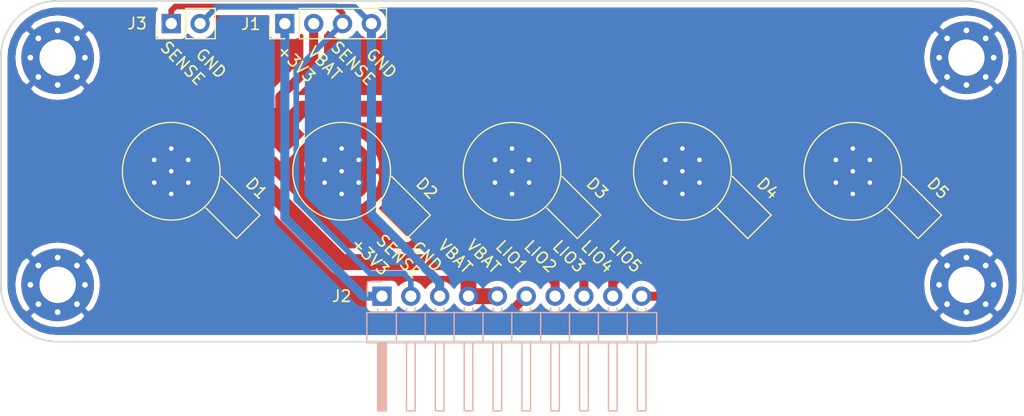
<source format=kicad_pcb>
(kicad_pcb (version 20171130) (host pcbnew "(5.1.5-0-10_14)")

  (general
    (thickness 1.6)
    (drawings 31)
    (tracks 98)
    (zones 0)
    (modules 13)
    (nets 11)
  )

  (page A4)
  (layers
    (0 F.Cu signal)
    (31 B.Cu signal)
    (32 B.Adhes user)
    (33 F.Adhes user)
    (34 B.Paste user)
    (35 F.Paste user)
    (36 B.SilkS user)
    (37 F.SilkS user)
    (38 B.Mask user)
    (39 F.Mask user)
    (40 Dwgs.User user hide)
    (41 Cmts.User user)
    (42 Eco1.User user)
    (43 Eco2.User user)
    (44 Edge.Cuts user)
    (45 Margin user)
    (46 B.CrtYd user)
    (47 F.CrtYd user)
    (48 B.Fab user)
    (49 F.Fab user)
  )

  (setup
    (last_trace_width 0.25)
    (user_trace_width 0.2)
    (user_trace_width 0.25)
    (user_trace_width 0.5)
    (user_trace_width 0.8)
    (user_trace_width 1)
    (user_trace_width 1.4)
    (trace_clearance 0.2)
    (zone_clearance 0.508)
    (zone_45_only no)
    (trace_min 0.2)
    (via_size 0.8)
    (via_drill 0.4)
    (via_min_size 0.4)
    (via_min_drill 0.3)
    (user_via 0.6 0.3)
    (user_via 1.6 0.8)
    (uvia_size 0.2)
    (uvia_drill 0.1)
    (uvias_allowed no)
    (uvia_min_size 0.2)
    (uvia_min_drill 0.1)
    (edge_width 0.15)
    (segment_width 0.2)
    (pcb_text_width 0.3)
    (pcb_text_size 1.5 1.5)
    (mod_edge_width 0.15)
    (mod_text_size 1 1)
    (mod_text_width 0.15)
    (pad_size 1.524 1.524)
    (pad_drill 0.762)
    (pad_to_mask_clearance 0.2)
    (aux_axis_origin 0 0)
    (visible_elements FFFFFF7F)
    (pcbplotparams
      (layerselection 0x00030_ffffffff)
      (usegerberextensions false)
      (usegerberattributes false)
      (usegerberadvancedattributes false)
      (creategerberjobfile false)
      (excludeedgelayer true)
      (linewidth 0.100000)
      (plotframeref false)
      (viasonmask false)
      (mode 1)
      (useauxorigin false)
      (hpglpennumber 1)
      (hpglpenspeed 20)
      (hpglpendiameter 15.000000)
      (psnegative false)
      (psa4output false)
      (plotreference true)
      (plotvalue true)
      (plotinvisibletext false)
      (padsonsilk false)
      (subtractmaskfromsilk false)
      (outputformat 1)
      (mirror false)
      (drillshape 0)
      (scaleselection 1)
      (outputdirectory ""))
  )

  (net 0 "")
  (net 1 /lio1)
  (net 2 +BATT)
  (net 3 /lio2)
  (net 4 /lio3)
  (net 5 /lio4)
  (net 6 /lio5)
  (net 7 GND)
  (net 8 /sense)
  (net 9 +3V3)
  (net 10 /thermal)

  (net_class Default "This is the default net class."
    (clearance 0.2)
    (trace_width 0.25)
    (via_dia 0.8)
    (via_drill 0.4)
    (uvia_dia 0.2)
    (uvia_drill 0.1)
    (add_net +3V3)
    (add_net +BATT)
    (add_net /lio1)
    (add_net /lio2)
    (add_net /lio3)
    (add_net /lio4)
    (add_net /lio5)
    (add_net /sense)
    (add_net /thermal)
    (add_net GND)
  )

  (module Custom:Logo_NM (layer F.Cu) (tedit 5E946106) (tstamp 5E964499)
    (at 133 118)
    (path /5EB6FA5B)
    (fp_text reference U1 (at 0 -2.25) (layer F.SilkS) hide
      (effects (font (size 1 1) (thickness 0.15)))
    )
    (fp_text value Logo_NM (at -0.03 -4) (layer F.Fab) hide
      (effects (font (size 1 1) (thickness 0.15)))
    )
    (fp_line (start -1.26 1.01) (end -0.51 -0.99) (layer F.Mask) (width 0.35))
    (fp_poly (pts (xy 1.1 -0.09) (xy 0.86 0) (xy 0.8 -0.22) (xy 0.97 -0.68)) (layer F.Mask) (width 0.1))
    (fp_line (start -0.51 -0.99) (end -0.01 1.01) (layer F.Mask) (width 0.35))
    (fp_line (start -0.01 1.01) (end 0.74 -0.99) (layer F.Mask) (width 0.35))
    (fp_line (start 0.94 -0.21) (end 1.24 1.01) (layer F.Mask) (width 0.35))
    (fp_line (start -0.01 1.01) (end 0.74 -0.99) (layer F.Cu) (width 0.35))
    (fp_line (start 0.94 -0.21) (end 1.24 1.01) (layer F.Cu) (width 0.35))
    (fp_poly (pts (xy 1.1 -0.09) (xy 0.86 0) (xy 0.8 -0.22) (xy 0.97 -0.68)) (layer F.Cu) (width 0.1))
    (fp_line (start -0.51 -0.99) (end -0.01 1.01) (layer F.Cu) (width 0.35))
    (fp_line (start -1.26 1.01) (end -0.51 -0.99) (layer F.Cu) (width 0.35))
  )

  (module MountingHole:MountingHole_3.2mm_M3_Pad_Via (layer F.Cu) (tedit 56DDBCCA) (tstamp 5E95B60A)
    (at 60 140)
    (descr "Mounting Hole 3.2mm, M3")
    (tags "mounting hole 3.2mm m3")
    (path /5EB61836)
    (attr virtual)
    (fp_text reference H4 (at 0 -4.2) (layer F.SilkS) hide
      (effects (font (size 1 1) (thickness 0.15)))
    )
    (fp_text value MountingHole_Pad (at 0 4.2) (layer F.Fab) hide
      (effects (font (size 1 1) (thickness 0.15)))
    )
    (fp_circle (center 0 0) (end 3.45 0) (layer F.CrtYd) (width 0.05))
    (fp_circle (center 0 0) (end 3.2 0) (layer Cmts.User) (width 0.15))
    (fp_text user %R (at 0.3 0) (layer F.Fab)
      (effects (font (size 1 1) (thickness 0.15)))
    )
    (pad 1 thru_hole circle (at 1.697056 -1.697056) (size 0.8 0.8) (drill 0.5) (layers *.Cu *.Mask)
      (net 10 /thermal))
    (pad 1 thru_hole circle (at 0 -2.4) (size 0.8 0.8) (drill 0.5) (layers *.Cu *.Mask)
      (net 10 /thermal))
    (pad 1 thru_hole circle (at -1.697056 -1.697056) (size 0.8 0.8) (drill 0.5) (layers *.Cu *.Mask)
      (net 10 /thermal))
    (pad 1 thru_hole circle (at -2.4 0) (size 0.8 0.8) (drill 0.5) (layers *.Cu *.Mask)
      (net 10 /thermal))
    (pad 1 thru_hole circle (at -1.697056 1.697056) (size 0.8 0.8) (drill 0.5) (layers *.Cu *.Mask)
      (net 10 /thermal))
    (pad 1 thru_hole circle (at 0 2.4) (size 0.8 0.8) (drill 0.5) (layers *.Cu *.Mask)
      (net 10 /thermal))
    (pad 1 thru_hole circle (at 1.697056 1.697056) (size 0.8 0.8) (drill 0.5) (layers *.Cu *.Mask)
      (net 10 /thermal))
    (pad 1 thru_hole circle (at 2.4 0) (size 0.8 0.8) (drill 0.5) (layers *.Cu *.Mask)
      (net 10 /thermal))
    (pad 1 thru_hole circle (at 0 0) (size 6.4 6.4) (drill 3.2) (layers *.Cu *.Mask)
      (net 10 /thermal))
  )

  (module MountingHole:MountingHole_3.2mm_M3_Pad_Via (layer F.Cu) (tedit 56DDBCCA) (tstamp 5E95B5FA)
    (at 140 140)
    (descr "Mounting Hole 3.2mm, M3")
    (tags "mounting hole 3.2mm m3")
    (path /5EB614B3)
    (attr virtual)
    (fp_text reference H3 (at 0 -4.2) (layer F.SilkS) hide
      (effects (font (size 1 1) (thickness 0.15)))
    )
    (fp_text value MountingHole_Pad (at 0 4.2) (layer F.Fab) hide
      (effects (font (size 1 1) (thickness 0.15)))
    )
    (fp_circle (center 0 0) (end 3.45 0) (layer F.CrtYd) (width 0.05))
    (fp_circle (center 0 0) (end 3.2 0) (layer Cmts.User) (width 0.15))
    (fp_text user %R (at 0.3 0) (layer F.Fab)
      (effects (font (size 1 1) (thickness 0.15)))
    )
    (pad 1 thru_hole circle (at 1.697056 -1.697056) (size 0.8 0.8) (drill 0.5) (layers *.Cu *.Mask)
      (net 10 /thermal))
    (pad 1 thru_hole circle (at 0 -2.4) (size 0.8 0.8) (drill 0.5) (layers *.Cu *.Mask)
      (net 10 /thermal))
    (pad 1 thru_hole circle (at -1.697056 -1.697056) (size 0.8 0.8) (drill 0.5) (layers *.Cu *.Mask)
      (net 10 /thermal))
    (pad 1 thru_hole circle (at -2.4 0) (size 0.8 0.8) (drill 0.5) (layers *.Cu *.Mask)
      (net 10 /thermal))
    (pad 1 thru_hole circle (at -1.697056 1.697056) (size 0.8 0.8) (drill 0.5) (layers *.Cu *.Mask)
      (net 10 /thermal))
    (pad 1 thru_hole circle (at 0 2.4) (size 0.8 0.8) (drill 0.5) (layers *.Cu *.Mask)
      (net 10 /thermal))
    (pad 1 thru_hole circle (at 1.697056 1.697056) (size 0.8 0.8) (drill 0.5) (layers *.Cu *.Mask)
      (net 10 /thermal))
    (pad 1 thru_hole circle (at 2.4 0) (size 0.8 0.8) (drill 0.5) (layers *.Cu *.Mask)
      (net 10 /thermal))
    (pad 1 thru_hole circle (at 0 0) (size 6.4 6.4) (drill 3.2) (layers *.Cu *.Mask)
      (net 10 /thermal))
  )

  (module MountingHole:MountingHole_3.2mm_M3_Pad_Via (layer F.Cu) (tedit 56DDBCCA) (tstamp 5E95B5EA)
    (at 140 120)
    (descr "Mounting Hole 3.2mm, M3")
    (tags "mounting hole 3.2mm m3")
    (path /5EB611B5)
    (attr virtual)
    (fp_text reference H2 (at 0 -4.2) (layer F.SilkS) hide
      (effects (font (size 1 1) (thickness 0.15)))
    )
    (fp_text value MountingHole_Pad (at 0 4.2) (layer F.Fab) hide
      (effects (font (size 1 1) (thickness 0.15)))
    )
    (fp_circle (center 0 0) (end 3.45 0) (layer F.CrtYd) (width 0.05))
    (fp_circle (center 0 0) (end 3.2 0) (layer Cmts.User) (width 0.15))
    (fp_text user %R (at 0.3 0) (layer F.Fab)
      (effects (font (size 1 1) (thickness 0.15)))
    )
    (pad 1 thru_hole circle (at 1.697056 -1.697056) (size 0.8 0.8) (drill 0.5) (layers *.Cu *.Mask)
      (net 10 /thermal))
    (pad 1 thru_hole circle (at 0 -2.4) (size 0.8 0.8) (drill 0.5) (layers *.Cu *.Mask)
      (net 10 /thermal))
    (pad 1 thru_hole circle (at -1.697056 -1.697056) (size 0.8 0.8) (drill 0.5) (layers *.Cu *.Mask)
      (net 10 /thermal))
    (pad 1 thru_hole circle (at -2.4 0) (size 0.8 0.8) (drill 0.5) (layers *.Cu *.Mask)
      (net 10 /thermal))
    (pad 1 thru_hole circle (at -1.697056 1.697056) (size 0.8 0.8) (drill 0.5) (layers *.Cu *.Mask)
      (net 10 /thermal))
    (pad 1 thru_hole circle (at 0 2.4) (size 0.8 0.8) (drill 0.5) (layers *.Cu *.Mask)
      (net 10 /thermal))
    (pad 1 thru_hole circle (at 1.697056 1.697056) (size 0.8 0.8) (drill 0.5) (layers *.Cu *.Mask)
      (net 10 /thermal))
    (pad 1 thru_hole circle (at 2.4 0) (size 0.8 0.8) (drill 0.5) (layers *.Cu *.Mask)
      (net 10 /thermal))
    (pad 1 thru_hole circle (at 0 0) (size 6.4 6.4) (drill 3.2) (layers *.Cu *.Mask)
      (net 10 /thermal))
  )

  (module MountingHole:MountingHole_3.2mm_M3_Pad_Via (layer F.Cu) (tedit 56DDBCCA) (tstamp 5E95B5DA)
    (at 60 120)
    (descr "Mounting Hole 3.2mm, M3")
    (tags "mounting hole 3.2mm m3")
    (path /5EB5F6C8)
    (attr virtual)
    (fp_text reference H1 (at 0 -4.2) (layer F.SilkS) hide
      (effects (font (size 1 1) (thickness 0.15)))
    )
    (fp_text value MountingHole_Pad (at 0 4.2) (layer F.Fab) hide
      (effects (font (size 1 1) (thickness 0.15)))
    )
    (fp_circle (center 0 0) (end 3.45 0) (layer F.CrtYd) (width 0.05))
    (fp_circle (center 0 0) (end 3.2 0) (layer Cmts.User) (width 0.15))
    (fp_text user %R (at 0.3 0) (layer F.Fab)
      (effects (font (size 1 1) (thickness 0.15)))
    )
    (pad 1 thru_hole circle (at 1.697056 -1.697056) (size 0.8 0.8) (drill 0.5) (layers *.Cu *.Mask)
      (net 10 /thermal))
    (pad 1 thru_hole circle (at 0 -2.4) (size 0.8 0.8) (drill 0.5) (layers *.Cu *.Mask)
      (net 10 /thermal))
    (pad 1 thru_hole circle (at -1.697056 -1.697056) (size 0.8 0.8) (drill 0.5) (layers *.Cu *.Mask)
      (net 10 /thermal))
    (pad 1 thru_hole circle (at -2.4 0) (size 0.8 0.8) (drill 0.5) (layers *.Cu *.Mask)
      (net 10 /thermal))
    (pad 1 thru_hole circle (at -1.697056 1.697056) (size 0.8 0.8) (drill 0.5) (layers *.Cu *.Mask)
      (net 10 /thermal))
    (pad 1 thru_hole circle (at 0 2.4) (size 0.8 0.8) (drill 0.5) (layers *.Cu *.Mask)
      (net 10 /thermal))
    (pad 1 thru_hole circle (at 1.697056 1.697056) (size 0.8 0.8) (drill 0.5) (layers *.Cu *.Mask)
      (net 10 /thermal))
    (pad 1 thru_hole circle (at 2.4 0) (size 0.8 0.8) (drill 0.5) (layers *.Cu *.Mask)
      (net 10 /thermal))
    (pad 1 thru_hole circle (at 0 0) (size 6.4 6.4) (drill 3.2) (layers *.Cu *.Mask)
      (net 10 /thermal))
  )

  (module LED_SMD:LED_1W_3W_R8 (layer F.Cu) (tedit 5E90F4EF) (tstamp 5E95E8A7)
    (at 130 130 135)
    (descr https://www.gme.cz/data/attachments/dsh.518-234.1.pdf)
    (tags "LED 1W 3W 5W")
    (path /5EB4B10E)
    (attr smd)
    (fp_text reference D5 (at -6.363961 4.242641 135) (layer F.SilkS)
      (effects (font (size 1 1) (thickness 0.15)))
    )
    (fp_text value LED_PAD (at 0 5.08 135) (layer F.Fab) hide
      (effects (font (size 1 1) (thickness 0.15)))
    )
    (fp_circle (center 0 0) (end 4.025 0) (layer F.Fab) (width 0.1))
    (fp_line (start 4.826 1.524) (end 4.826 0.508) (layer F.Fab) (width 0.1))
    (fp_line (start -5.334 -1.016) (end -4.318 -1.016) (layer F.Fab) (width 0.1))
    (fp_line (start 4.318 1.016) (end 5.334 1.016) (layer F.Fab) (width 0.1))
    (fp_circle (center 0 0) (end -4.3 0) (layer F.SilkS) (width 0.12))
    (fp_line (start -4.445 -0.127) (end -8.255 -0.127) (layer F.SilkS) (width 0.12))
    (fp_line (start -8.255 -0.127) (end -8.255 2.794) (layer F.SilkS) (width 0.12))
    (fp_line (start -8.255 2.794) (end -3.429 2.794) (layer F.SilkS) (width 0.12))
    (fp_line (start -4.59 -0.45) (end -8.55 -0.45) (layer F.CrtYd) (width 0.05))
    (fp_line (start -8.55 -0.45) (end -8.55 3.15) (layer F.CrtYd) (width 0.05))
    (fp_line (start -8.55 3.15) (end -3.37 3.15) (layer F.CrtYd) (width 0.05))
    (fp_line (start 3.37 -3.15) (end 8.55 -3.15) (layer F.CrtYd) (width 0.05))
    (fp_line (start 8.55 -3.15) (end 8.55 0.45) (layer F.CrtYd) (width 0.05))
    (fp_line (start 8.55 0.45) (end 4.59 0.45) (layer F.CrtYd) (width 0.05))
    (fp_arc (start 0 0) (end -4.59 -0.45) (angle 131.3332206) (layer F.CrtYd) (width 0.05))
    (fp_arc (start 0 0) (end 4.59 0.45) (angle 131.3332206) (layer F.CrtYd) (width 0.05))
    (fp_line (start -1.27 0) (end 1.27 -1.27) (layer F.Fab) (width 0.1))
    (fp_line (start 1.27 -1.27) (end 1.27 1.27) (layer F.Fab) (width 0.1))
    (fp_line (start -1.27 0) (end 1.27 1.27) (layer F.Fab) (width 0.1))
    (fp_line (start 1.27 1.27) (end 1.27 0) (layer F.Fab) (width 0.1))
    (fp_line (start 1.27 0) (end 2.54 0) (layer F.Fab) (width 0.1))
    (fp_line (start -1.27 -1.27) (end -1.27 1.27) (layer F.Fab) (width 0.1))
    (fp_line (start -2.54 0) (end -1.27 0) (layer F.Fab) (width 0.1))
    (fp_text user %R (at 0 -2.54 135) (layer F.Fab)
      (effects (font (size 1 1) (thickness 0.15)))
    )
    (pad 3 smd circle (at 0 0 135) (size 5.7 5.7) (layers F.Cu F.Paste F.Mask)
      (net 10 /thermal))
    (pad 1 smd rect (at -6.35 1.35 135) (size 3.5 2.7) (layers F.Cu F.Paste F.Mask)
      (net 6 /lio5))
    (pad 2 smd rect (at 6.35 -1.35 135) (size 3.5 2.7) (layers F.Cu F.Paste F.Mask)
      (net 2 +BATT))
    (model ${KISYS3DMOD}/LED_SMD.3dshapes/LED_1W_3W_R8.wrl
      (at (xyz 0 0 0))
      (scale (xyz 1 1 1))
      (rotate (xyz 0 0 0))
    )
  )

  (module LED_SMD:LED_1W_3W_R8 (layer F.Cu) (tedit 5E90F4EF) (tstamp 5E95E84D)
    (at 115 130 135)
    (descr https://www.gme.cz/data/attachments/dsh.518-234.1.pdf)
    (tags "LED 1W 3W 5W")
    (path /5EB49CF2)
    (attr smd)
    (fp_text reference D4 (at -6.363961 4.242641 135) (layer F.SilkS)
      (effects (font (size 1 1) (thickness 0.15)))
    )
    (fp_text value LED_PAD (at 0 5.08 135) (layer F.Fab) hide
      (effects (font (size 1 1) (thickness 0.15)))
    )
    (fp_circle (center 0 0) (end 4.025 0) (layer F.Fab) (width 0.1))
    (fp_line (start 4.826 1.524) (end 4.826 0.508) (layer F.Fab) (width 0.1))
    (fp_line (start -5.334 -1.016) (end -4.318 -1.016) (layer F.Fab) (width 0.1))
    (fp_line (start 4.318 1.016) (end 5.334 1.016) (layer F.Fab) (width 0.1))
    (fp_circle (center 0 0) (end -4.3 0) (layer F.SilkS) (width 0.12))
    (fp_line (start -4.445 -0.127) (end -8.255 -0.127) (layer F.SilkS) (width 0.12))
    (fp_line (start -8.255 -0.127) (end -8.255 2.794) (layer F.SilkS) (width 0.12))
    (fp_line (start -8.255 2.794) (end -3.429 2.794) (layer F.SilkS) (width 0.12))
    (fp_line (start -4.59 -0.45) (end -8.55 -0.45) (layer F.CrtYd) (width 0.05))
    (fp_line (start -8.55 -0.45) (end -8.55 3.15) (layer F.CrtYd) (width 0.05))
    (fp_line (start -8.55 3.15) (end -3.37 3.15) (layer F.CrtYd) (width 0.05))
    (fp_line (start 3.37 -3.15) (end 8.55 -3.15) (layer F.CrtYd) (width 0.05))
    (fp_line (start 8.55 -3.15) (end 8.55 0.45) (layer F.CrtYd) (width 0.05))
    (fp_line (start 8.55 0.45) (end 4.59 0.45) (layer F.CrtYd) (width 0.05))
    (fp_arc (start 0 0) (end -4.59 -0.45) (angle 131.3332206) (layer F.CrtYd) (width 0.05))
    (fp_arc (start 0 0) (end 4.59 0.45) (angle 131.3332206) (layer F.CrtYd) (width 0.05))
    (fp_line (start -1.27 0) (end 1.27 -1.27) (layer F.Fab) (width 0.1))
    (fp_line (start 1.27 -1.27) (end 1.27 1.27) (layer F.Fab) (width 0.1))
    (fp_line (start -1.27 0) (end 1.27 1.27) (layer F.Fab) (width 0.1))
    (fp_line (start 1.27 1.27) (end 1.27 0) (layer F.Fab) (width 0.1))
    (fp_line (start 1.27 0) (end 2.54 0) (layer F.Fab) (width 0.1))
    (fp_line (start -1.27 -1.27) (end -1.27 1.27) (layer F.Fab) (width 0.1))
    (fp_line (start -2.54 0) (end -1.27 0) (layer F.Fab) (width 0.1))
    (fp_text user %R (at 0 -2.54 135) (layer F.Fab)
      (effects (font (size 1 1) (thickness 0.15)))
    )
    (pad 3 smd circle (at 0 0 135) (size 5.7 5.7) (layers F.Cu F.Paste F.Mask)
      (net 10 /thermal))
    (pad 1 smd rect (at -6.35 1.35 135) (size 3.5 2.7) (layers F.Cu F.Paste F.Mask)
      (net 5 /lio4))
    (pad 2 smd rect (at 6.35 -1.35 135) (size 3.5 2.7) (layers F.Cu F.Paste F.Mask)
      (net 2 +BATT))
    (model ${KISYS3DMOD}/LED_SMD.3dshapes/LED_1W_3W_R8.wrl
      (at (xyz 0 0 0))
      (scale (xyz 1 1 1))
      (rotate (xyz 0 0 0))
    )
  )

  (module LED_SMD:LED_1W_3W_R8 (layer F.Cu) (tedit 5E90F4EF) (tstamp 5E95E7F3)
    (at 100 130 135)
    (descr https://www.gme.cz/data/attachments/dsh.518-234.1.pdf)
    (tags "LED 1W 3W 5W")
    (path /5EB49CE9)
    (attr smd)
    (fp_text reference D3 (at -6.363961 4.242641 135) (layer F.SilkS)
      (effects (font (size 1 1) (thickness 0.15)))
    )
    (fp_text value LED_PAD (at 0 5.08 135) (layer F.Fab) hide
      (effects (font (size 1 1) (thickness 0.15)))
    )
    (fp_circle (center 0 0) (end 4.025 0) (layer F.Fab) (width 0.1))
    (fp_line (start 4.826 1.524) (end 4.826 0.508) (layer F.Fab) (width 0.1))
    (fp_line (start -5.334 -1.016) (end -4.318 -1.016) (layer F.Fab) (width 0.1))
    (fp_line (start 4.318 1.016) (end 5.334 1.016) (layer F.Fab) (width 0.1))
    (fp_circle (center 0 0) (end -4.3 0) (layer F.SilkS) (width 0.12))
    (fp_line (start -4.445 -0.127) (end -8.255 -0.127) (layer F.SilkS) (width 0.12))
    (fp_line (start -8.255 -0.127) (end -8.255 2.794) (layer F.SilkS) (width 0.12))
    (fp_line (start -8.255 2.794) (end -3.429 2.794) (layer F.SilkS) (width 0.12))
    (fp_line (start -4.59 -0.45) (end -8.55 -0.45) (layer F.CrtYd) (width 0.05))
    (fp_line (start -8.55 -0.45) (end -8.55 3.15) (layer F.CrtYd) (width 0.05))
    (fp_line (start -8.55 3.15) (end -3.37 3.15) (layer F.CrtYd) (width 0.05))
    (fp_line (start 3.37 -3.15) (end 8.55 -3.15) (layer F.CrtYd) (width 0.05))
    (fp_line (start 8.55 -3.15) (end 8.55 0.45) (layer F.CrtYd) (width 0.05))
    (fp_line (start 8.55 0.45) (end 4.59 0.45) (layer F.CrtYd) (width 0.05))
    (fp_arc (start 0 0) (end -4.59 -0.45) (angle 131.3332206) (layer F.CrtYd) (width 0.05))
    (fp_arc (start 0 0) (end 4.59 0.45) (angle 131.3332206) (layer F.CrtYd) (width 0.05))
    (fp_line (start -1.27 0) (end 1.27 -1.27) (layer F.Fab) (width 0.1))
    (fp_line (start 1.27 -1.27) (end 1.27 1.27) (layer F.Fab) (width 0.1))
    (fp_line (start -1.27 0) (end 1.27 1.27) (layer F.Fab) (width 0.1))
    (fp_line (start 1.27 1.27) (end 1.27 0) (layer F.Fab) (width 0.1))
    (fp_line (start 1.27 0) (end 2.54 0) (layer F.Fab) (width 0.1))
    (fp_line (start -1.27 -1.27) (end -1.27 1.27) (layer F.Fab) (width 0.1))
    (fp_line (start -2.54 0) (end -1.27 0) (layer F.Fab) (width 0.1))
    (fp_text user %R (at 0 -2.54 135) (layer F.Fab)
      (effects (font (size 1 1) (thickness 0.15)))
    )
    (pad 3 smd circle (at 0 0 135) (size 5.7 5.7) (layers F.Cu F.Paste F.Mask)
      (net 10 /thermal))
    (pad 1 smd rect (at -6.35 1.35 135) (size 3.5 2.7) (layers F.Cu F.Paste F.Mask)
      (net 4 /lio3))
    (pad 2 smd rect (at 6.35 -1.35 135) (size 3.5 2.7) (layers F.Cu F.Paste F.Mask)
      (net 2 +BATT))
    (model ${KISYS3DMOD}/LED_SMD.3dshapes/LED_1W_3W_R8.wrl
      (at (xyz 0 0 0))
      (scale (xyz 1 1 1))
      (rotate (xyz 0 0 0))
    )
  )

  (module LED_SMD:LED_1W_3W_R8 (layer F.Cu) (tedit 5E90F4EF) (tstamp 5E95E95B)
    (at 85 130 135)
    (descr https://www.gme.cz/data/attachments/dsh.518-234.1.pdf)
    (tags "LED 1W 3W 5W")
    (path /5EB47991)
    (attr smd)
    (fp_text reference D2 (at -6.363961 4.242641 135) (layer F.SilkS)
      (effects (font (size 1 1) (thickness 0.15)))
    )
    (fp_text value LED_PAD (at 0 5.08 135) (layer F.Fab) hide
      (effects (font (size 1 1) (thickness 0.15)))
    )
    (fp_circle (center 0 0) (end 4.025 0) (layer F.Fab) (width 0.1))
    (fp_line (start 4.826 1.524) (end 4.826 0.508) (layer F.Fab) (width 0.1))
    (fp_line (start -5.334 -1.016) (end -4.318 -1.016) (layer F.Fab) (width 0.1))
    (fp_line (start 4.318 1.016) (end 5.334 1.016) (layer F.Fab) (width 0.1))
    (fp_circle (center 0 0) (end -4.3 0) (layer F.SilkS) (width 0.12))
    (fp_line (start -4.445 -0.127) (end -8.255 -0.127) (layer F.SilkS) (width 0.12))
    (fp_line (start -8.255 -0.127) (end -8.255 2.794) (layer F.SilkS) (width 0.12))
    (fp_line (start -8.255 2.794) (end -3.429 2.794) (layer F.SilkS) (width 0.12))
    (fp_line (start -4.59 -0.45) (end -8.55 -0.45) (layer F.CrtYd) (width 0.05))
    (fp_line (start -8.55 -0.45) (end -8.55 3.15) (layer F.CrtYd) (width 0.05))
    (fp_line (start -8.55 3.15) (end -3.37 3.15) (layer F.CrtYd) (width 0.05))
    (fp_line (start 3.37 -3.15) (end 8.55 -3.15) (layer F.CrtYd) (width 0.05))
    (fp_line (start 8.55 -3.15) (end 8.55 0.45) (layer F.CrtYd) (width 0.05))
    (fp_line (start 8.55 0.45) (end 4.59 0.45) (layer F.CrtYd) (width 0.05))
    (fp_arc (start 0 0) (end -4.59 -0.45) (angle 131.3332206) (layer F.CrtYd) (width 0.05))
    (fp_arc (start 0 0) (end 4.59 0.45) (angle 131.3332206) (layer F.CrtYd) (width 0.05))
    (fp_line (start -1.27 0) (end 1.27 -1.27) (layer F.Fab) (width 0.1))
    (fp_line (start 1.27 -1.27) (end 1.27 1.27) (layer F.Fab) (width 0.1))
    (fp_line (start -1.27 0) (end 1.27 1.27) (layer F.Fab) (width 0.1))
    (fp_line (start 1.27 1.27) (end 1.27 0) (layer F.Fab) (width 0.1))
    (fp_line (start 1.27 0) (end 2.54 0) (layer F.Fab) (width 0.1))
    (fp_line (start -1.27 -1.27) (end -1.27 1.27) (layer F.Fab) (width 0.1))
    (fp_line (start -2.54 0) (end -1.27 0) (layer F.Fab) (width 0.1))
    (fp_text user %R (at 0 -2.54 135) (layer F.Fab)
      (effects (font (size 1 1) (thickness 0.15)))
    )
    (pad 3 smd circle (at 0 0 135) (size 5.7 5.7) (layers F.Cu F.Paste F.Mask)
      (net 10 /thermal))
    (pad 1 smd rect (at -6.35 1.35 135) (size 3.5 2.7) (layers F.Cu F.Paste F.Mask)
      (net 3 /lio2))
    (pad 2 smd rect (at 6.35 -1.35 135) (size 3.5 2.7) (layers F.Cu F.Paste F.Mask)
      (net 2 +BATT))
    (model ${KISYS3DMOD}/LED_SMD.3dshapes/LED_1W_3W_R8.wrl
      (at (xyz 0 0 0))
      (scale (xyz 1 1 1))
      (rotate (xyz 0 0 0))
    )
  )

  (module LED_SMD:LED_1W_3W_R8 (layer F.Cu) (tedit 5E90F4EF) (tstamp 5E95E901)
    (at 70 130 135)
    (descr https://www.gme.cz/data/attachments/dsh.518-234.1.pdf)
    (tags "LED 1W 3W 5W")
    (path /5EB356FF)
    (attr smd)
    (fp_text reference D1 (at -6.363961 4.242641 135) (layer F.SilkS)
      (effects (font (size 1 1) (thickness 0.15)))
    )
    (fp_text value LED_PAD (at -16 6 135) (layer F.Fab) hide
      (effects (font (size 1 1) (thickness 0.15)))
    )
    (fp_circle (center 0 0) (end 4.025 0) (layer F.Fab) (width 0.1))
    (fp_line (start 4.826 1.524) (end 4.826 0.508) (layer F.Fab) (width 0.1))
    (fp_line (start -5.334 -1.016) (end -4.318 -1.016) (layer F.Fab) (width 0.1))
    (fp_line (start 4.318 1.016) (end 5.334 1.016) (layer F.Fab) (width 0.1))
    (fp_circle (center 0 0) (end -4.3 0) (layer F.SilkS) (width 0.12))
    (fp_line (start -4.445 -0.127) (end -8.255 -0.127) (layer F.SilkS) (width 0.12))
    (fp_line (start -8.255 -0.127) (end -8.255 2.794) (layer F.SilkS) (width 0.12))
    (fp_line (start -8.255 2.794) (end -3.429 2.794) (layer F.SilkS) (width 0.12))
    (fp_line (start -4.59 -0.45) (end -8.55 -0.45) (layer F.CrtYd) (width 0.05))
    (fp_line (start -8.55 -0.45) (end -8.55 3.15) (layer F.CrtYd) (width 0.05))
    (fp_line (start -8.55 3.15) (end -3.37 3.15) (layer F.CrtYd) (width 0.05))
    (fp_line (start 3.37 -3.15) (end 8.55 -3.15) (layer F.CrtYd) (width 0.05))
    (fp_line (start 8.55 -3.15) (end 8.55 0.45) (layer F.CrtYd) (width 0.05))
    (fp_line (start 8.55 0.45) (end 4.59 0.45) (layer F.CrtYd) (width 0.05))
    (fp_arc (start 0 0) (end -4.59 -0.45) (angle 131.3332206) (layer F.CrtYd) (width 0.05))
    (fp_arc (start 0 0) (end 4.59 0.45) (angle 131.3332206) (layer F.CrtYd) (width 0.05))
    (fp_line (start -1.27 0) (end 1.27 -1.27) (layer F.Fab) (width 0.1))
    (fp_line (start 1.27 -1.27) (end 1.27 1.27) (layer F.Fab) (width 0.1))
    (fp_line (start -1.27 0) (end 1.27 1.27) (layer F.Fab) (width 0.1))
    (fp_line (start 1.27 1.27) (end 1.27 0) (layer F.Fab) (width 0.1))
    (fp_line (start 1.27 0) (end 2.54 0) (layer F.Fab) (width 0.1))
    (fp_line (start -1.27 -1.27) (end -1.27 1.27) (layer F.Fab) (width 0.1))
    (fp_line (start -2.54 0) (end -1.27 0) (layer F.Fab) (width 0.1))
    (fp_text user %R (at 0 -2.54 135) (layer F.Fab)
      (effects (font (size 1 1) (thickness 0.15)))
    )
    (pad 3 smd circle (at 0 0 135) (size 5.7 5.7) (layers F.Cu F.Paste F.Mask)
      (net 10 /thermal))
    (pad 1 smd rect (at -6.35 1.35 135) (size 3.5 2.7) (layers F.Cu F.Paste F.Mask)
      (net 1 /lio1))
    (pad 2 smd rect (at 6.35 -1.35 135) (size 3.5 2.7) (layers F.Cu F.Paste F.Mask)
      (net 2 +BATT))
    (model ${KISYS3DMOD}/LED_SMD.3dshapes/LED_1W_3W_R8.wrl
      (at (xyz 0 0 0))
      (scale (xyz 1 1 1))
      (rotate (xyz 0 0 0))
    )
  )

  (module Connector_PinHeader_2.54mm:PinHeader_1x02_P2.54mm_Vertical (layer F.Cu) (tedit 59FED5CC) (tstamp 5E95B6D3)
    (at 70 117 90)
    (descr "Through hole straight pin header, 1x02, 2.54mm pitch, single row")
    (tags "Through hole pin header THT 1x02 2.54mm single row")
    (path /5EAEE6E8)
    (fp_text reference J3 (at 0 -3) (layer F.SilkS)
      (effects (font (size 1 1) (thickness 0.15)))
    )
    (fp_text value Conn_01x02_Male (at 0 4.87 270) (layer F.Fab) hide
      (effects (font (size 1 1) (thickness 0.15)))
    )
    (fp_text user %R (at 0 1.27 180) (layer F.Fab)
      (effects (font (size 1 1) (thickness 0.15)))
    )
    (fp_line (start 1.8 -1.8) (end -1.8 -1.8) (layer F.CrtYd) (width 0.05))
    (fp_line (start 1.8 4.35) (end 1.8 -1.8) (layer F.CrtYd) (width 0.05))
    (fp_line (start -1.8 4.35) (end 1.8 4.35) (layer F.CrtYd) (width 0.05))
    (fp_line (start -1.8 -1.8) (end -1.8 4.35) (layer F.CrtYd) (width 0.05))
    (fp_line (start -1.33 -1.33) (end 0 -1.33) (layer F.SilkS) (width 0.12))
    (fp_line (start -1.33 0) (end -1.33 -1.33) (layer F.SilkS) (width 0.12))
    (fp_line (start -1.33 1.27) (end 1.33 1.27) (layer F.SilkS) (width 0.12))
    (fp_line (start 1.33 1.27) (end 1.33 3.87) (layer F.SilkS) (width 0.12))
    (fp_line (start -1.33 1.27) (end -1.33 3.87) (layer F.SilkS) (width 0.12))
    (fp_line (start -1.33 3.87) (end 1.33 3.87) (layer F.SilkS) (width 0.12))
    (fp_line (start -1.27 -0.635) (end -0.635 -1.27) (layer F.Fab) (width 0.1))
    (fp_line (start -1.27 3.81) (end -1.27 -0.635) (layer F.Fab) (width 0.1))
    (fp_line (start 1.27 3.81) (end -1.27 3.81) (layer F.Fab) (width 0.1))
    (fp_line (start 1.27 -1.27) (end 1.27 3.81) (layer F.Fab) (width 0.1))
    (fp_line (start -0.635 -1.27) (end 1.27 -1.27) (layer F.Fab) (width 0.1))
    (pad 2 thru_hole oval (at 0 2.54 90) (size 1.7 1.7) (drill 1) (layers *.Cu *.Mask)
      (net 7 GND))
    (pad 1 thru_hole rect (at 0 0 90) (size 1.7 1.7) (drill 1) (layers *.Cu *.Mask)
      (net 8 /sense))
    (model ${KISYS3DMOD}/Connector_PinHeader_2.54mm.3dshapes/PinHeader_1x02_P2.54mm_Vertical.wrl
      (at (xyz 0 0 0))
      (scale (xyz 1 1 1))
      (rotate (xyz 0 0 0))
    )
  )

  (module Connector_PinHeader_2.54mm:PinHeader_1x10_P2.54mm_Horizontal (layer B.Cu) (tedit 59FED5CB) (tstamp 5E9602C0)
    (at 88.55 141 270)
    (descr "Through hole angled pin header, 1x10, 2.54mm pitch, 6mm pin length, single row")
    (tags "Through hole angled pin header THT 1x10 2.54mm single row")
    (path /5EADD417)
    (fp_text reference J2 (at 4.385 2.27 270) (layer F.SilkS) hide
      (effects (font (size 1 1) (thickness 0.15)))
    )
    (fp_text value Conn_01x10_Male (at 4.385 -25.13 270) (layer F.SilkS) hide
      (effects (font (size 1 1) (thickness 0.15)))
    )
    (fp_text user %R (at 0 3.55) (layer F.SilkS)
      (effects (font (size 1 1) (thickness 0.15)))
    )
    (fp_line (start 10.55 1.8) (end -1.8 1.8) (layer B.CrtYd) (width 0.05))
    (fp_line (start 10.55 -24.65) (end 10.55 1.8) (layer B.CrtYd) (width 0.05))
    (fp_line (start -1.8 -24.65) (end 10.55 -24.65) (layer B.CrtYd) (width 0.05))
    (fp_line (start -1.8 1.8) (end -1.8 -24.65) (layer B.CrtYd) (width 0.05))
    (fp_line (start -1.27 1.27) (end 0 1.27) (layer B.SilkS) (width 0.12))
    (fp_line (start -1.27 0) (end -1.27 1.27) (layer B.SilkS) (width 0.12))
    (fp_line (start 1.042929 -23.24) (end 1.44 -23.24) (layer B.SilkS) (width 0.12))
    (fp_line (start 1.042929 -22.48) (end 1.44 -22.48) (layer B.SilkS) (width 0.12))
    (fp_line (start 10.1 -23.24) (end 4.1 -23.24) (layer B.SilkS) (width 0.12))
    (fp_line (start 10.1 -22.48) (end 10.1 -23.24) (layer B.SilkS) (width 0.12))
    (fp_line (start 4.1 -22.48) (end 10.1 -22.48) (layer B.SilkS) (width 0.12))
    (fp_line (start 1.44 -21.59) (end 4.1 -21.59) (layer B.SilkS) (width 0.12))
    (fp_line (start 1.042929 -20.7) (end 1.44 -20.7) (layer B.SilkS) (width 0.12))
    (fp_line (start 1.042929 -19.94) (end 1.44 -19.94) (layer B.SilkS) (width 0.12))
    (fp_line (start 10.1 -20.7) (end 4.1 -20.7) (layer B.SilkS) (width 0.12))
    (fp_line (start 10.1 -19.94) (end 10.1 -20.7) (layer B.SilkS) (width 0.12))
    (fp_line (start 4.1 -19.94) (end 10.1 -19.94) (layer B.SilkS) (width 0.12))
    (fp_line (start 1.44 -19.05) (end 4.1 -19.05) (layer B.SilkS) (width 0.12))
    (fp_line (start 1.042929 -18.16) (end 1.44 -18.16) (layer B.SilkS) (width 0.12))
    (fp_line (start 1.042929 -17.4) (end 1.44 -17.4) (layer B.SilkS) (width 0.12))
    (fp_line (start 10.1 -18.16) (end 4.1 -18.16) (layer B.SilkS) (width 0.12))
    (fp_line (start 10.1 -17.4) (end 10.1 -18.16) (layer B.SilkS) (width 0.12))
    (fp_line (start 4.1 -17.4) (end 10.1 -17.4) (layer B.SilkS) (width 0.12))
    (fp_line (start 1.44 -16.51) (end 4.1 -16.51) (layer B.SilkS) (width 0.12))
    (fp_line (start 1.042929 -15.62) (end 1.44 -15.62) (layer B.SilkS) (width 0.12))
    (fp_line (start 1.042929 -14.86) (end 1.44 -14.86) (layer B.SilkS) (width 0.12))
    (fp_line (start 10.1 -15.62) (end 4.1 -15.62) (layer B.SilkS) (width 0.12))
    (fp_line (start 10.1 -14.86) (end 10.1 -15.62) (layer B.SilkS) (width 0.12))
    (fp_line (start 4.1 -14.86) (end 10.1 -14.86) (layer B.SilkS) (width 0.12))
    (fp_line (start 1.44 -13.97) (end 4.1 -13.97) (layer B.SilkS) (width 0.12))
    (fp_line (start 1.042929 -13.08) (end 1.44 -13.08) (layer B.SilkS) (width 0.12))
    (fp_line (start 1.042929 -12.32) (end 1.44 -12.32) (layer B.SilkS) (width 0.12))
    (fp_line (start 10.1 -13.08) (end 4.1 -13.08) (layer B.SilkS) (width 0.12))
    (fp_line (start 10.1 -12.32) (end 10.1 -13.08) (layer B.SilkS) (width 0.12))
    (fp_line (start 4.1 -12.32) (end 10.1 -12.32) (layer B.SilkS) (width 0.12))
    (fp_line (start 1.44 -11.43) (end 4.1 -11.43) (layer B.SilkS) (width 0.12))
    (fp_line (start 1.042929 -10.54) (end 1.44 -10.54) (layer B.SilkS) (width 0.12))
    (fp_line (start 1.042929 -9.78) (end 1.44 -9.78) (layer B.SilkS) (width 0.12))
    (fp_line (start 10.1 -10.54) (end 4.1 -10.54) (layer B.SilkS) (width 0.12))
    (fp_line (start 10.1 -9.78) (end 10.1 -10.54) (layer B.SilkS) (width 0.12))
    (fp_line (start 4.1 -9.78) (end 10.1 -9.78) (layer B.SilkS) (width 0.12))
    (fp_line (start 1.44 -8.89) (end 4.1 -8.89) (layer B.SilkS) (width 0.12))
    (fp_line (start 1.042929 -8) (end 1.44 -8) (layer B.SilkS) (width 0.12))
    (fp_line (start 1.042929 -7.24) (end 1.44 -7.24) (layer B.SilkS) (width 0.12))
    (fp_line (start 10.1 -8) (end 4.1 -8) (layer B.SilkS) (width 0.12))
    (fp_line (start 10.1 -7.24) (end 10.1 -8) (layer B.SilkS) (width 0.12))
    (fp_line (start 4.1 -7.24) (end 10.1 -7.24) (layer B.SilkS) (width 0.12))
    (fp_line (start 1.44 -6.35) (end 4.1 -6.35) (layer B.SilkS) (width 0.12))
    (fp_line (start 1.042929 -5.46) (end 1.44 -5.46) (layer B.SilkS) (width 0.12))
    (fp_line (start 1.042929 -4.7) (end 1.44 -4.7) (layer B.SilkS) (width 0.12))
    (fp_line (start 10.1 -5.46) (end 4.1 -5.46) (layer B.SilkS) (width 0.12))
    (fp_line (start 10.1 -4.7) (end 10.1 -5.46) (layer B.SilkS) (width 0.12))
    (fp_line (start 4.1 -4.7) (end 10.1 -4.7) (layer B.SilkS) (width 0.12))
    (fp_line (start 1.44 -3.81) (end 4.1 -3.81) (layer B.SilkS) (width 0.12))
    (fp_line (start 1.042929 -2.92) (end 1.44 -2.92) (layer B.SilkS) (width 0.12))
    (fp_line (start 1.042929 -2.16) (end 1.44 -2.16) (layer B.SilkS) (width 0.12))
    (fp_line (start 10.1 -2.92) (end 4.1 -2.92) (layer B.SilkS) (width 0.12))
    (fp_line (start 10.1 -2.16) (end 10.1 -2.92) (layer B.SilkS) (width 0.12))
    (fp_line (start 4.1 -2.16) (end 10.1 -2.16) (layer B.SilkS) (width 0.12))
    (fp_line (start 1.44 -1.27) (end 4.1 -1.27) (layer B.SilkS) (width 0.12))
    (fp_line (start 1.11 -0.38) (end 1.44 -0.38) (layer B.SilkS) (width 0.12))
    (fp_line (start 1.11 0.38) (end 1.44 0.38) (layer B.SilkS) (width 0.12))
    (fp_line (start 4.1 -0.28) (end 10.1 -0.28) (layer B.SilkS) (width 0.12))
    (fp_line (start 4.1 -0.16) (end 10.1 -0.16) (layer B.SilkS) (width 0.12))
    (fp_line (start 4.1 -0.04) (end 10.1 -0.04) (layer B.SilkS) (width 0.12))
    (fp_line (start 4.1 0.08) (end 10.1 0.08) (layer B.SilkS) (width 0.12))
    (fp_line (start 4.1 0.2) (end 10.1 0.2) (layer B.SilkS) (width 0.12))
    (fp_line (start 4.1 0.32) (end 10.1 0.32) (layer B.SilkS) (width 0.12))
    (fp_line (start 10.1 -0.38) (end 4.1 -0.38) (layer B.SilkS) (width 0.12))
    (fp_line (start 10.1 0.38) (end 10.1 -0.38) (layer B.SilkS) (width 0.12))
    (fp_line (start 4.1 0.38) (end 10.1 0.38) (layer B.SilkS) (width 0.12))
    (fp_line (start 4.1 1.33) (end 1.44 1.33) (layer B.SilkS) (width 0.12))
    (fp_line (start 4.1 -24.19) (end 4.1 1.33) (layer B.SilkS) (width 0.12))
    (fp_line (start 1.44 -24.19) (end 4.1 -24.19) (layer B.SilkS) (width 0.12))
    (fp_line (start 1.44 1.33) (end 1.44 -24.19) (layer B.SilkS) (width 0.12))
    (fp_line (start 4.04 -23.18) (end 10.04 -23.18) (layer B.Fab) (width 0.1))
    (fp_line (start 10.04 -22.54) (end 10.04 -23.18) (layer B.Fab) (width 0.1))
    (fp_line (start 4.04 -22.54) (end 10.04 -22.54) (layer B.Fab) (width 0.1))
    (fp_line (start -0.32 -23.18) (end 1.5 -23.18) (layer B.Fab) (width 0.1))
    (fp_line (start -0.32 -22.54) (end -0.32 -23.18) (layer B.Fab) (width 0.1))
    (fp_line (start -0.32 -22.54) (end 1.5 -22.54) (layer B.Fab) (width 0.1))
    (fp_line (start 4.04 -20.64) (end 10.04 -20.64) (layer B.Fab) (width 0.1))
    (fp_line (start 10.04 -20) (end 10.04 -20.64) (layer B.Fab) (width 0.1))
    (fp_line (start 4.04 -20) (end 10.04 -20) (layer B.Fab) (width 0.1))
    (fp_line (start -0.32 -20.64) (end 1.5 -20.64) (layer B.Fab) (width 0.1))
    (fp_line (start -0.32 -20) (end -0.32 -20.64) (layer B.Fab) (width 0.1))
    (fp_line (start -0.32 -20) (end 1.5 -20) (layer B.Fab) (width 0.1))
    (fp_line (start 4.04 -18.1) (end 10.04 -18.1) (layer B.Fab) (width 0.1))
    (fp_line (start 10.04 -17.46) (end 10.04 -18.1) (layer B.Fab) (width 0.1))
    (fp_line (start 4.04 -17.46) (end 10.04 -17.46) (layer B.Fab) (width 0.1))
    (fp_line (start -0.32 -18.1) (end 1.5 -18.1) (layer B.Fab) (width 0.1))
    (fp_line (start -0.32 -17.46) (end -0.32 -18.1) (layer B.Fab) (width 0.1))
    (fp_line (start -0.32 -17.46) (end 1.5 -17.46) (layer B.Fab) (width 0.1))
    (fp_line (start 4.04 -15.56) (end 10.04 -15.56) (layer B.Fab) (width 0.1))
    (fp_line (start 10.04 -14.92) (end 10.04 -15.56) (layer B.Fab) (width 0.1))
    (fp_line (start 4.04 -14.92) (end 10.04 -14.92) (layer B.Fab) (width 0.1))
    (fp_line (start -0.32 -15.56) (end 1.5 -15.56) (layer B.Fab) (width 0.1))
    (fp_line (start -0.32 -14.92) (end -0.32 -15.56) (layer B.Fab) (width 0.1))
    (fp_line (start -0.32 -14.92) (end 1.5 -14.92) (layer B.Fab) (width 0.1))
    (fp_line (start 4.04 -13.02) (end 10.04 -13.02) (layer B.Fab) (width 0.1))
    (fp_line (start 10.04 -12.38) (end 10.04 -13.02) (layer B.Fab) (width 0.1))
    (fp_line (start 4.04 -12.38) (end 10.04 -12.38) (layer B.Fab) (width 0.1))
    (fp_line (start -0.32 -13.02) (end 1.5 -13.02) (layer B.Fab) (width 0.1))
    (fp_line (start -0.32 -12.38) (end -0.32 -13.02) (layer B.Fab) (width 0.1))
    (fp_line (start -0.32 -12.38) (end 1.5 -12.38) (layer B.Fab) (width 0.1))
    (fp_line (start 4.04 -10.48) (end 10.04 -10.48) (layer B.Fab) (width 0.1))
    (fp_line (start 10.04 -9.84) (end 10.04 -10.48) (layer B.Fab) (width 0.1))
    (fp_line (start 4.04 -9.84) (end 10.04 -9.84) (layer B.Fab) (width 0.1))
    (fp_line (start -0.32 -10.48) (end 1.5 -10.48) (layer B.Fab) (width 0.1))
    (fp_line (start -0.32 -9.84) (end -0.32 -10.48) (layer B.Fab) (width 0.1))
    (fp_line (start -0.32 -9.84) (end 1.5 -9.84) (layer B.Fab) (width 0.1))
    (fp_line (start 4.04 -7.94) (end 10.04 -7.94) (layer B.Fab) (width 0.1))
    (fp_line (start 10.04 -7.3) (end 10.04 -7.94) (layer B.Fab) (width 0.1))
    (fp_line (start 4.04 -7.3) (end 10.04 -7.3) (layer B.Fab) (width 0.1))
    (fp_line (start -0.32 -7.94) (end 1.5 -7.94) (layer B.Fab) (width 0.1))
    (fp_line (start -0.32 -7.3) (end -0.32 -7.94) (layer B.Fab) (width 0.1))
    (fp_line (start -0.32 -7.3) (end 1.5 -7.3) (layer B.Fab) (width 0.1))
    (fp_line (start 4.04 -5.4) (end 10.04 -5.4) (layer B.Fab) (width 0.1))
    (fp_line (start 10.04 -4.76) (end 10.04 -5.4) (layer B.Fab) (width 0.1))
    (fp_line (start 4.04 -4.76) (end 10.04 -4.76) (layer B.Fab) (width 0.1))
    (fp_line (start -0.32 -5.4) (end 1.5 -5.4) (layer B.Fab) (width 0.1))
    (fp_line (start -0.32 -4.76) (end -0.32 -5.4) (layer B.Fab) (width 0.1))
    (fp_line (start -0.32 -4.76) (end 1.5 -4.76) (layer B.Fab) (width 0.1))
    (fp_line (start 4.04 -2.86) (end 10.04 -2.86) (layer B.Fab) (width 0.1))
    (fp_line (start 10.04 -2.22) (end 10.04 -2.86) (layer B.Fab) (width 0.1))
    (fp_line (start 4.04 -2.22) (end 10.04 -2.22) (layer B.Fab) (width 0.1))
    (fp_line (start -0.32 -2.86) (end 1.5 -2.86) (layer B.Fab) (width 0.1))
    (fp_line (start -0.32 -2.22) (end -0.32 -2.86) (layer B.Fab) (width 0.1))
    (fp_line (start -0.32 -2.22) (end 1.5 -2.22) (layer B.Fab) (width 0.1))
    (fp_line (start 4.04 -0.32) (end 10.04 -0.32) (layer B.Fab) (width 0.1))
    (fp_line (start 10.04 0.32) (end 10.04 -0.32) (layer B.Fab) (width 0.1))
    (fp_line (start 4.04 0.32) (end 10.04 0.32) (layer B.Fab) (width 0.1))
    (fp_line (start -0.32 -0.32) (end 1.5 -0.32) (layer B.Fab) (width 0.1))
    (fp_line (start -0.32 0.32) (end -0.32 -0.32) (layer B.Fab) (width 0.1))
    (fp_line (start -0.32 0.32) (end 1.5 0.32) (layer B.Fab) (width 0.1))
    (fp_line (start 1.5 0.635) (end 2.135 1.27) (layer B.Fab) (width 0.1))
    (fp_line (start 1.5 -24.13) (end 1.5 0.635) (layer B.Fab) (width 0.1))
    (fp_line (start 4.04 -24.13) (end 1.5 -24.13) (layer B.Fab) (width 0.1))
    (fp_line (start 4.04 1.27) (end 4.04 -24.13) (layer B.Fab) (width 0.1))
    (fp_line (start 2.135 1.27) (end 4.04 1.27) (layer B.Fab) (width 0.1))
    (pad 10 thru_hole oval (at 0 -22.86 270) (size 1.7 1.7) (drill 1) (layers *.Cu *.Mask)
      (net 6 /lio5))
    (pad 9 thru_hole oval (at 0 -20.32 270) (size 1.7 1.7) (drill 1) (layers *.Cu *.Mask)
      (net 5 /lio4))
    (pad 8 thru_hole oval (at 0 -17.78 270) (size 1.7 1.7) (drill 1) (layers *.Cu *.Mask)
      (net 4 /lio3))
    (pad 7 thru_hole oval (at 0 -15.24 270) (size 1.7 1.7) (drill 1) (layers *.Cu *.Mask)
      (net 3 /lio2))
    (pad 6 thru_hole oval (at 0 -12.7 270) (size 1.7 1.7) (drill 1) (layers *.Cu *.Mask)
      (net 1 /lio1))
    (pad 5 thru_hole oval (at 0 -10.16 270) (size 1.7 1.7) (drill 1) (layers *.Cu *.Mask)
      (net 2 +BATT))
    (pad 4 thru_hole oval (at 0 -7.62 270) (size 1.7 1.7) (drill 1) (layers *.Cu *.Mask)
      (net 2 +BATT))
    (pad 3 thru_hole oval (at 0 -5.08 270) (size 1.7 1.7) (drill 1) (layers *.Cu *.Mask)
      (net 7 GND))
    (pad 2 thru_hole oval (at 0 -2.54 270) (size 1.7 1.7) (drill 1) (layers *.Cu *.Mask)
      (net 8 /sense))
    (pad 1 thru_hole rect (at 0 0 270) (size 1.7 1.7) (drill 1) (layers *.Cu *.Mask)
      (net 9 +3V3))
    (model ${KISYS3DMOD}/Connector_PinHeader_2.54mm.3dshapes/PinHeader_1x10_P2.54mm_Horizontal.wrl
      (at (xyz 0 0 0))
      (scale (xyz 1 1 1))
      (rotate (xyz 0 0 0))
    )
  )

  (module Connector_PinHeader_2.54mm:PinHeader_1x04_P2.54mm_Vertical (layer F.Cu) (tedit 59FED5CC) (tstamp 5E95B622)
    (at 80 117 90)
    (descr "Through hole straight pin header, 1x04, 2.54mm pitch, single row")
    (tags "Through hole pin header THT 1x04 2.54mm single row")
    (path /5EAF4A7D)
    (fp_text reference J1 (at -0.05 -3 180) (layer F.SilkS)
      (effects (font (size 1 1) (thickness 0.15)))
    )
    (fp_text value Conn_01x04_Male (at 0 9.95 90) (layer F.Fab) hide
      (effects (font (size 1 1) (thickness 0.15)))
    )
    (fp_text user %R (at 0 3.81) (layer F.Fab)
      (effects (font (size 1 1) (thickness 0.15)))
    )
    (fp_line (start 1.8 -1.8) (end -1.8 -1.8) (layer F.CrtYd) (width 0.05))
    (fp_line (start 1.8 9.4) (end 1.8 -1.8) (layer F.CrtYd) (width 0.05))
    (fp_line (start -1.8 9.4) (end 1.8 9.4) (layer F.CrtYd) (width 0.05))
    (fp_line (start -1.8 -1.8) (end -1.8 9.4) (layer F.CrtYd) (width 0.05))
    (fp_line (start -1.33 -1.33) (end 0 -1.33) (layer F.SilkS) (width 0.12))
    (fp_line (start -1.33 0) (end -1.33 -1.33) (layer F.SilkS) (width 0.12))
    (fp_line (start -1.33 1.27) (end 1.33 1.27) (layer F.SilkS) (width 0.12))
    (fp_line (start 1.33 1.27) (end 1.33 8.95) (layer F.SilkS) (width 0.12))
    (fp_line (start -1.33 1.27) (end -1.33 8.95) (layer F.SilkS) (width 0.12))
    (fp_line (start -1.33 8.95) (end 1.33 8.95) (layer F.SilkS) (width 0.12))
    (fp_line (start -1.27 -0.635) (end -0.635 -1.27) (layer F.Fab) (width 0.1))
    (fp_line (start -1.27 8.89) (end -1.27 -0.635) (layer F.Fab) (width 0.1))
    (fp_line (start 1.27 8.89) (end -1.27 8.89) (layer F.Fab) (width 0.1))
    (fp_line (start 1.27 -1.27) (end 1.27 8.89) (layer F.Fab) (width 0.1))
    (fp_line (start -0.635 -1.27) (end 1.27 -1.27) (layer F.Fab) (width 0.1))
    (pad 4 thru_hole oval (at 0 7.62 90) (size 1.7 1.7) (drill 1) (layers *.Cu *.Mask)
      (net 7 GND))
    (pad 3 thru_hole oval (at 0 5.08 90) (size 1.7 1.7) (drill 1) (layers *.Cu *.Mask)
      (net 8 /sense))
    (pad 2 thru_hole oval (at 0 2.54 90) (size 1.7 1.7) (drill 1) (layers *.Cu *.Mask)
      (net 2 +BATT))
    (pad 1 thru_hole rect (at 0 0 90) (size 1.7 1.7) (drill 1) (layers *.Cu *.Mask)
      (net 9 +3V3))
    (model ${KISYS3DMOD}/Connector_PinHeader_2.54mm.3dshapes/PinHeader_1x04_P2.54mm_Vertical.wrl
      (at (xyz 0 0 0))
      (scale (xyz 1 1 1))
      (rotate (xyz 0 0 0))
    )
  )

  (gr_text "Rev: 0.9" (at 114.25 118.75) (layer F.Mask)
    (effects (font (size 1 1) (thickness 0.15)))
  )
  (gr_text "Inuk passive led shield" (at 120 117) (layer F.Mask)
    (effects (font (size 1 1) (thickness 0.15)))
  )
  (gr_poly (pts (xy 86.5 134.5) (xy 84.5 134.5) (xy 82 132) (xy 82 125.5) (xy 86.5 125.5)) (layer B.Mask) (width 0.1))
  (gr_poly (pts (xy 78 134.5) (xy 55.5 134.5) (xy 55.5 125.5) (xy 78 125.5)) (layer B.Mask) (width 0.1) (tstamp 5E9638DA))
  (gr_poly (pts (xy 144.5 134.5) (xy 90 134.5) (xy 90 125.5) (xy 144.5 125.5)) (layer B.Mask) (width 0.1))
  (gr_text LIO5 (at 110 137.5 315) (layer F.SilkS) (tstamp 5E960003)
    (effects (font (size 1 1) (thickness 0.15)))
  )
  (gr_text LIO4 (at 107.5 137.5 315) (layer F.SilkS) (tstamp 5E960003)
    (effects (font (size 1 1) (thickness 0.15)))
  )
  (gr_text "LIO3\n" (at 105 137.5 315) (layer F.SilkS) (tstamp 5E960003)
    (effects (font (size 1 1) (thickness 0.15)))
  )
  (gr_text LIO2 (at 102.5 137.5 315) (layer F.SilkS) (tstamp 5E960003)
    (effects (font (size 1 1) (thickness 0.15)))
  )
  (gr_text LIO1 (at 100 137.5 315) (layer F.SilkS) (tstamp 5E95FFF7)
    (effects (font (size 1 1) (thickness 0.15)))
  )
  (gr_text VBAT (at 97.5 137.5 315) (layer F.SilkS) (tstamp 5E95FFF7)
    (effects (font (size 1 1) (thickness 0.15)))
  )
  (gr_text VBAT (at 95 137.5 315) (layer F.SilkS) (tstamp 5E95FE4D)
    (effects (font (size 1 1) (thickness 0.15)))
  )
  (gr_text GND (at 92.5 137.5 315) (layer F.SilkS) (tstamp 5E95FE4D)
    (effects (font (size 1 1) (thickness 0.15)))
  )
  (gr_text SENSE (at 90 137.5 315) (layer F.SilkS) (tstamp 5E95FE4D)
    (effects (font (size 1 1) (thickness 0.15)))
  )
  (gr_text +3V3 (at 87.5 137.5 315) (layer F.SilkS) (tstamp 5E95FE45)
    (effects (font (size 1 1) (thickness 0.15)))
  )
  (gr_text GND (at 88.5 120.5 315) (layer F.SilkS) (tstamp 5E95FD46)
    (effects (font (size 1 1) (thickness 0.15)))
  )
  (gr_text SENSE (at 86 120.5 315) (layer F.SilkS) (tstamp 5E95FD46)
    (effects (font (size 1 1) (thickness 0.15)))
  )
  (gr_text "VBAT\n" (at 83.5 120.5 315) (layer F.SilkS) (tstamp 5E95FD46)
    (effects (font (size 1 1) (thickness 0.15)))
  )
  (gr_text +3V3 (at 81 120.5 315) (layer F.SilkS) (tstamp 5E95FD2E)
    (effects (font (size 1 1) (thickness 0.15)))
  )
  (gr_text "GND\n" (at 73.5 120.5 315) (layer F.SilkS) (tstamp 5E95FD24)
    (effects (font (size 1 1) (thickness 0.15)))
  )
  (gr_text SENSE (at 71 120.5 315) (layer F.SilkS)
    (effects (font (size 1 1) (thickness 0.15)))
  )
  (gr_line (start 52 130) (end 149 130) (layer Dwgs.User) (width 0.25) (tstamp 5E95E7D3))
  (gr_line (start 100 107) (end 100 159) (layer Dwgs.User) (width 0.25) (tstamp 5E95E7D0))
  (gr_arc (start 140 120) (end 145 120) (angle -90) (layer Edge.Cuts) (width 0.15) (tstamp 5E95D0D4))
  (gr_arc (start 60 140) (end 55 140) (angle -90) (layer Edge.Cuts) (width 0.15) (tstamp 5E95D07C))
  (gr_arc (start 140 140) (end 140 145) (angle -90) (layer Edge.Cuts) (width 0.15) (tstamp 5E95CEB6))
  (gr_arc (start 60 120) (end 60 115) (angle -90) (layer Edge.Cuts) (width 0.15))
  (gr_line (start 60 115) (end 140 115) (angle 90) (layer Edge.Cuts) (width 0.15) (tstamp 5E95CD1C))
  (gr_line (start 145 120) (end 145 140) (angle 90) (layer Edge.Cuts) (width 0.15) (tstamp 5E95CD18))
  (gr_line (start 60 145) (end 140 145) (angle 90) (layer Edge.Cuts) (width 0.15))
  (gr_line (start 55 120) (end 55 140) (angle 90) (layer Edge.Cuts) (width 0.15))

  (segment (start 75.444722 133.535534) (end 75.444722 141.444722) (width 0.8) (layer F.Cu) (net 1))
  (segment (start 75.444722 141.444722) (end 78 144) (width 0.8) (layer F.Cu) (net 1))
  (segment (start 98.25 144) (end 101.25 141) (width 0.8) (layer F.Cu) (net 1))
  (segment (start 78 144) (end 98.25 144) (width 0.8) (layer F.Cu) (net 1))
  (segment (start 98.71 141) (end 96.17 141) (width 1.4) (layer F.Cu) (net 2))
  (segment (start 95 138) (end 85 138) (width 1.4) (layer F.Cu) (net 2))
  (segment (start 85 138) (end 77.5 130.5) (width 1.4) (layer F.Cu) (net 2))
  (segment (start 96.17 139.17) (end 95 138) (width 1.4) (layer F.Cu) (net 2))
  (segment (start 96.17 141) (end 96.17 139.17) (width 1.4) (layer F.Cu) (net 2))
  (segment (start 78.58094 127.41906) (end 77.5 128.5) (width 1.4) (layer F.Cu) (net 2))
  (segment (start 79.555278 126.464466) (end 78.600684 127.41906) (width 1.4) (layer F.Cu) (net 2))
  (segment (start 78.600684 127.41906) (end 78.58094 127.41906) (width 1.4) (layer F.Cu) (net 2))
  (segment (start 77.5 130.5) (end 77.5 128.5) (width 1.4) (layer F.Cu) (net 2))
  (segment (start 79.555278 126.464466) (end 81.519744 124.5) (width 1.4) (layer F.Cu) (net 2))
  (segment (start 92.590812 124.5) (end 94.555278 126.464466) (width 1.4) (layer F.Cu) (net 2))
  (segment (start 81.519744 124.5) (end 92.590812 124.5) (width 1.4) (layer F.Cu) (net 2))
  (segment (start 77.590812 124.5) (end 79.555278 126.464466) (width 1.4) (layer F.Cu) (net 2))
  (segment (start 66.519744 124.5) (end 77.590812 124.5) (width 1.4) (layer F.Cu) (net 2))
  (segment (start 64.555278 126.464466) (end 66.519744 124.5) (width 1.4) (layer F.Cu) (net 2))
  (segment (start 94.555278 126.464466) (end 96.519744 124.5) (width 1.4) (layer F.Cu) (net 2))
  (segment (start 107.590812 124.5) (end 109.555278 126.464466) (width 1.4) (layer F.Cu) (net 2))
  (segment (start 96.519744 124.5) (end 107.590812 124.5) (width 1.4) (layer F.Cu) (net 2))
  (segment (start 109.555278 126.464466) (end 111.519744 124.5) (width 1.4) (layer F.Cu) (net 2))
  (segment (start 122.590812 124.5) (end 124.555278 126.464466) (width 1.4) (layer F.Cu) (net 2))
  (segment (start 111.519744 124.5) (end 122.590812 124.5) (width 1.4) (layer F.Cu) (net 2))
  (segment (start 82.54 117) (end 82.54 120.46) (width 0.8) (layer F.Cu) (net 2))
  (segment (start 79.555278 123.444722) (end 79.555278 126.464466) (width 0.8) (layer F.Cu) (net 2))
  (segment (start 82.54 120.46) (end 79.555278 123.444722) (width 0.8) (layer F.Cu) (net 2))
  (segment (start 103.79 139.79) (end 103.79 141) (width 0.8) (layer F.Cu) (net 3))
  (segment (start 100.5 136.5) (end 103.79 139.79) (width 0.8) (layer F.Cu) (net 3))
  (segment (start 95.535534 133.535534) (end 98.5 136.5) (width 0.8) (layer F.Cu) (net 3))
  (segment (start 98.5 136.5) (end 100.5 136.5) (width 0.8) (layer F.Cu) (net 3))
  (segment (start 90.444722 133.535534) (end 95.535534 133.535534) (width 0.8) (layer F.Cu) (net 3))
  (segment (start 106.33 134.420812) (end 105.444722 133.535534) (width 0.8) (layer F.Cu) (net 4))
  (segment (start 106.33 141) (end 106.33 134.420812) (width 0.8) (layer F.Cu) (net 4))
  (segment (start 108.87 139.797919) (end 110.167919 138.5) (width 0.8) (layer F.Cu) (net 5))
  (segment (start 108.87 141) (end 108.87 139.797919) (width 0.8) (layer F.Cu) (net 5))
  (segment (start 115.480256 138.5) (end 120.444722 133.535534) (width 0.8) (layer F.Cu) (net 5))
  (segment (start 110.167919 138.5) (end 115.480256 138.5) (width 0.8) (layer F.Cu) (net 5))
  (segment (start 127.980256 141) (end 135.444722 133.535534) (width 0.8) (layer F.Cu) (net 6))
  (segment (start 111.41 141) (end 127.980256 141) (width 0.8) (layer F.Cu) (net 6))
  (segment (start 87.62 133.787919) (end 87.62 117) (width 0.8) (layer B.Cu) (net 7))
  (segment (start 93.63 139.797919) (end 87.62 133.787919) (width 0.8) (layer B.Cu) (net 7))
  (segment (start 93.63 141) (end 93.63 139.797919) (width 0.8) (layer B.Cu) (net 7))
  (segment (start 86.770001 116.150001) (end 87.62 117) (width 0.5) (layer B.Cu) (net 7))
  (segment (start 86.14501 115.52501) (end 86.770001 116.150001) (width 0.5) (layer B.Cu) (net 7))
  (segment (start 74.01499 115.52501) (end 86.14501 115.52501) (width 0.5) (layer B.Cu) (net 7))
  (segment (start 72.54 117) (end 74.01499 115.52501) (width 0.5) (layer B.Cu) (net 7))
  (segment (start 85.08 116.08) (end 85.08 117) (width 0.5) (layer F.Cu) (net 8))
  (segment (start 84.5 115.5) (end 85.08 116.08) (width 0.5) (layer F.Cu) (net 8))
  (segment (start 70.35 115.5) (end 84.5 115.5) (width 0.5) (layer F.Cu) (net 8))
  (segment (start 70 115.85) (end 70.35 115.5) (width 0.5) (layer F.Cu) (net 8))
  (segment (start 70 117) (end 70 115.85) (width 0.5) (layer F.Cu) (net 8))
  (segment (start 90.5 139) (end 91.09 139.59) (width 0.5) (layer B.Cu) (net 8))
  (segment (start 85.08 117) (end 81 121.08) (width 0.5) (layer B.Cu) (net 8))
  (segment (start 81 132.5) (end 87.5 139) (width 0.5) (layer B.Cu) (net 8))
  (segment (start 87.5 139) (end 90.5 139) (width 0.5) (layer B.Cu) (net 8))
  (segment (start 91.09 139.59) (end 91.09 141) (width 0.5) (layer B.Cu) (net 8))
  (segment (start 81 121.08) (end 81 132.5) (width 0.5) (layer B.Cu) (net 8))
  (segment (start 80 118.65) (end 80 117) (width 0.8) (layer B.Cu) (net 9))
  (segment (start 80 134.1) (end 80 118.65) (width 0.8) (layer B.Cu) (net 9))
  (segment (start 86.9 141) (end 80 134.1) (width 0.8) (layer B.Cu) (net 9))
  (segment (start 88.55 141) (end 86.9 141) (width 0.8) (layer B.Cu) (net 9))
  (via (at 83.5 131) (size 0.8) (drill 0.4) (layers F.Cu B.Cu) (net 10) (tstamp 5E96350A))
  (via (at 86.5 129) (size 0.8) (drill 0.4) (layers F.Cu B.Cu) (net 10) (tstamp 5E96350B))
  (via (at 85 128) (size 0.8) (drill 0.4) (layers F.Cu B.Cu) (net 10) (tstamp 5E96350C))
  (via (at 85 132) (size 0.8) (drill 0.4) (layers F.Cu B.Cu) (net 10) (tstamp 5E96350D))
  (via (at 86.5 131) (size 0.8) (drill 0.4) (layers F.Cu B.Cu) (net 10) (tstamp 5E96350E))
  (via (at 83.5 129) (size 0.8) (drill 0.4) (layers F.Cu B.Cu) (net 10) (tstamp 5E96350F))
  (via (at 85 130) (size 0.8) (drill 0.4) (layers F.Cu B.Cu) (net 10) (tstamp 5E963510))
  (via (at 128.5 131) (size 0.8) (drill 0.4) (layers F.Cu B.Cu) (net 10) (tstamp 5E96350A))
  (via (at 131.5 129) (size 0.8) (drill 0.4) (layers F.Cu B.Cu) (net 10) (tstamp 5E96350B))
  (via (at 130 128) (size 0.8) (drill 0.4) (layers F.Cu B.Cu) (net 10) (tstamp 5E96350C))
  (via (at 130 132) (size 0.8) (drill 0.4) (layers F.Cu B.Cu) (net 10) (tstamp 5E96350D))
  (via (at 131.5 131) (size 0.8) (drill 0.4) (layers F.Cu B.Cu) (net 10) (tstamp 5E96350E))
  (via (at 128.5 129) (size 0.8) (drill 0.4) (layers F.Cu B.Cu) (net 10) (tstamp 5E96350F))
  (via (at 130 130) (size 0.8) (drill 0.4) (layers F.Cu B.Cu) (net 10) (tstamp 5E963510))
  (via (at 113.5 131) (size 0.8) (drill 0.4) (layers F.Cu B.Cu) (net 10) (tstamp 5E96350A))
  (via (at 116.5 129) (size 0.8) (drill 0.4) (layers F.Cu B.Cu) (net 10) (tstamp 5E96350B))
  (via (at 115 128) (size 0.8) (drill 0.4) (layers F.Cu B.Cu) (net 10) (tstamp 5E96350C))
  (via (at 115 132) (size 0.8) (drill 0.4) (layers F.Cu B.Cu) (net 10) (tstamp 5E96350D))
  (via (at 116.5 131) (size 0.8) (drill 0.4) (layers F.Cu B.Cu) (net 10) (tstamp 5E96350E))
  (via (at 113.5 129) (size 0.8) (drill 0.4) (layers F.Cu B.Cu) (net 10) (tstamp 5E96350F))
  (via (at 115 130) (size 0.8) (drill 0.4) (layers F.Cu B.Cu) (net 10) (tstamp 5E963510))
  (via (at 98.5 131) (size 0.8) (drill 0.4) (layers F.Cu B.Cu) (net 10) (tstamp 5E96350A))
  (via (at 101.5 129) (size 0.8) (drill 0.4) (layers F.Cu B.Cu) (net 10) (tstamp 5E96350B))
  (via (at 100 128) (size 0.8) (drill 0.4) (layers F.Cu B.Cu) (net 10) (tstamp 5E96350C))
  (via (at 100 132) (size 0.8) (drill 0.4) (layers F.Cu B.Cu) (net 10) (tstamp 5E96350D))
  (via (at 101.5 131) (size 0.8) (drill 0.4) (layers F.Cu B.Cu) (net 10) (tstamp 5E96350E))
  (via (at 98.5 129) (size 0.8) (drill 0.4) (layers F.Cu B.Cu) (net 10) (tstamp 5E96350F))
  (via (at 100 130) (size 0.8) (drill 0.4) (layers F.Cu B.Cu) (net 10) (tstamp 5E963510))
  (via (at 70 132) (size 0.8) (drill 0.4) (layers F.Cu B.Cu) (net 10))
  (via (at 70 128) (size 0.8) (drill 0.4) (layers F.Cu B.Cu) (net 10))
  (via (at 70 130) (size 0.8) (drill 0.4) (layers F.Cu B.Cu) (net 10))
  (via (at 68.5 131) (size 0.8) (drill 0.4) (layers F.Cu B.Cu) (net 10))
  (via (at 71.5 131) (size 0.8) (drill 0.4) (layers F.Cu B.Cu) (net 10))
  (via (at 71.5 129) (size 0.8) (drill 0.4) (layers F.Cu B.Cu) (net 10))
  (via (at 68.5 129) (size 0.8) (drill 0.4) (layers F.Cu B.Cu) (net 10))

  (zone (net 10) (net_name /thermal) (layer B.Cu) (tstamp 0) (hatch edge 0.508)
    (connect_pads (clearance 0.508))
    (min_thickness 0.254)
    (fill yes (arc_segments 32) (thermal_gap 0.508) (thermal_bridge_width 0.508))
    (polygon
      (pts
        (xy 145 145) (xy 55 145) (xy 55 115) (xy 145 115)
      )
    )
    (filled_polygon
      (pts
        (xy 68.619463 115.795506) (xy 68.560498 115.90582) (xy 68.524188 116.025518) (xy 68.511928 116.15) (xy 68.511928 117.85)
        (xy 68.524188 117.974482) (xy 68.560498 118.09418) (xy 68.619463 118.204494) (xy 68.698815 118.301185) (xy 68.795506 118.380537)
        (xy 68.90582 118.439502) (xy 69.025518 118.475812) (xy 69.15 118.488072) (xy 70.85 118.488072) (xy 70.974482 118.475812)
        (xy 71.09418 118.439502) (xy 71.204494 118.380537) (xy 71.301185 118.301185) (xy 71.380537 118.204494) (xy 71.439502 118.09418)
        (xy 71.461513 118.02162) (xy 71.593368 118.153475) (xy 71.836589 118.31599) (xy 72.106842 118.427932) (xy 72.39374 118.485)
        (xy 72.68626 118.485) (xy 72.973158 118.427932) (xy 73.243411 118.31599) (xy 73.486632 118.153475) (xy 73.693475 117.946632)
        (xy 73.85599 117.703411) (xy 73.967932 117.433158) (xy 74.025 117.14626) (xy 74.025 116.85374) (xy 74.010539 116.78104)
        (xy 74.381569 116.41001) (xy 78.511928 116.41001) (xy 78.511928 117.85) (xy 78.524188 117.974482) (xy 78.560498 118.09418)
        (xy 78.619463 118.204494) (xy 78.698815 118.301185) (xy 78.795506 118.380537) (xy 78.90582 118.439502) (xy 78.965 118.457454)
        (xy 78.965 118.700837) (xy 78.965001 118.700847) (xy 78.965 134.049172) (xy 78.959994 134.1) (xy 78.965 134.150828)
        (xy 78.965 134.150837) (xy 78.979976 134.302894) (xy 79.039159 134.497992) (xy 79.135266 134.677797) (xy 79.264604 134.835396)
        (xy 79.304097 134.867807) (xy 86.132197 141.695908) (xy 86.164604 141.735396) (xy 86.204092 141.767803) (xy 86.322202 141.864734)
        (xy 86.502006 141.960841) (xy 86.546975 141.974482) (xy 86.697105 142.020024) (xy 86.849162 142.035) (xy 86.849165 142.035)
        (xy 86.9 142.040007) (xy 86.950835 142.035) (xy 87.092546 142.035) (xy 87.110498 142.09418) (xy 87.169463 142.204494)
        (xy 87.248815 142.301185) (xy 87.345506 142.380537) (xy 87.45582 142.439502) (xy 87.575518 142.475812) (xy 87.7 142.488072)
        (xy 89.4 142.488072) (xy 89.524482 142.475812) (xy 89.64418 142.439502) (xy 89.754494 142.380537) (xy 89.851185 142.301185)
        (xy 89.930537 142.204494) (xy 89.989502 142.09418) (xy 90.011513 142.02162) (xy 90.143368 142.153475) (xy 90.386589 142.31599)
        (xy 90.656842 142.427932) (xy 90.94374 142.485) (xy 91.23626 142.485) (xy 91.523158 142.427932) (xy 91.793411 142.31599)
        (xy 92.036632 142.153475) (xy 92.243475 141.946632) (xy 92.36 141.77224) (xy 92.476525 141.946632) (xy 92.683368 142.153475)
        (xy 92.926589 142.31599) (xy 93.196842 142.427932) (xy 93.48374 142.485) (xy 93.77626 142.485) (xy 94.063158 142.427932)
        (xy 94.333411 142.31599) (xy 94.576632 142.153475) (xy 94.783475 141.946632) (xy 94.9 141.77224) (xy 95.016525 141.946632)
        (xy 95.223368 142.153475) (xy 95.466589 142.31599) (xy 95.736842 142.427932) (xy 96.02374 142.485) (xy 96.31626 142.485)
        (xy 96.603158 142.427932) (xy 96.873411 142.31599) (xy 97.116632 142.153475) (xy 97.323475 141.946632) (xy 97.44 141.77224)
        (xy 97.556525 141.946632) (xy 97.763368 142.153475) (xy 98.006589 142.31599) (xy 98.276842 142.427932) (xy 98.56374 142.485)
        (xy 98.85626 142.485) (xy 99.143158 142.427932) (xy 99.413411 142.31599) (xy 99.656632 142.153475) (xy 99.863475 141.946632)
        (xy 99.98 141.77224) (xy 100.096525 141.946632) (xy 100.303368 142.153475) (xy 100.546589 142.31599) (xy 100.816842 142.427932)
        (xy 101.10374 142.485) (xy 101.39626 142.485) (xy 101.683158 142.427932) (xy 101.953411 142.31599) (xy 102.196632 142.153475)
        (xy 102.403475 141.946632) (xy 102.52 141.77224) (xy 102.636525 141.946632) (xy 102.843368 142.153475) (xy 103.086589 142.31599)
        (xy 103.356842 142.427932) (xy 103.64374 142.485) (xy 103.93626 142.485) (xy 104.223158 142.427932) (xy 104.493411 142.31599)
        (xy 104.736632 142.153475) (xy 104.943475 141.946632) (xy 105.06 141.77224) (xy 105.176525 141.946632) (xy 105.383368 142.153475)
        (xy 105.626589 142.31599) (xy 105.896842 142.427932) (xy 106.18374 142.485) (xy 106.47626 142.485) (xy 106.763158 142.427932)
        (xy 107.033411 142.31599) (xy 107.276632 142.153475) (xy 107.483475 141.946632) (xy 107.6 141.77224) (xy 107.716525 141.946632)
        (xy 107.923368 142.153475) (xy 108.166589 142.31599) (xy 108.436842 142.427932) (xy 108.72374 142.485) (xy 109.01626 142.485)
        (xy 109.303158 142.427932) (xy 109.573411 142.31599) (xy 109.816632 142.153475) (xy 110.023475 141.946632) (xy 110.14 141.77224)
        (xy 110.256525 141.946632) (xy 110.463368 142.153475) (xy 110.706589 142.31599) (xy 110.976842 142.427932) (xy 111.26374 142.485)
        (xy 111.55626 142.485) (xy 111.843158 142.427932) (xy 112.113411 142.31599) (xy 112.356632 142.153475) (xy 112.563475 141.946632)
        (xy 112.72599 141.703411) (xy 112.837932 141.433158) (xy 112.895 141.14626) (xy 112.895 140.85374) (xy 112.837932 140.566842)
        (xy 112.72599 140.296589) (xy 112.563475 140.053368) (xy 112.485802 139.975695) (xy 136.14652 139.975695) (xy 136.215822 140.727938)
        (xy 136.430548 141.452208) (xy 136.782445 142.12067) (xy 136.809452 142.161088) (xy 137.299119 142.521276) (xy 139.820395 140)
        (xy 140.179605 140) (xy 142.700881 142.521276) (xy 143.190548 142.161088) (xy 143.550849 141.497118) (xy 143.774694 140.775615)
        (xy 143.85348 140.024305) (xy 143.784178 139.272062) (xy 143.569452 138.547792) (xy 143.217555 137.87933) (xy 143.190548 137.838912)
        (xy 142.700881 137.478724) (xy 140.179605 140) (xy 139.820395 140) (xy 137.299119 137.478724) (xy 136.809452 137.838912)
        (xy 136.449151 138.502882) (xy 136.225306 139.224385) (xy 136.14652 139.975695) (xy 112.485802 139.975695) (xy 112.356632 139.846525)
        (xy 112.113411 139.68401) (xy 111.843158 139.572068) (xy 111.55626 139.515) (xy 111.26374 139.515) (xy 110.976842 139.572068)
        (xy 110.706589 139.68401) (xy 110.463368 139.846525) (xy 110.256525 140.053368) (xy 110.14 140.22776) (xy 110.023475 140.053368)
        (xy 109.816632 139.846525) (xy 109.573411 139.68401) (xy 109.303158 139.572068) (xy 109.01626 139.515) (xy 108.72374 139.515)
        (xy 108.436842 139.572068) (xy 108.166589 139.68401) (xy 107.923368 139.846525) (xy 107.716525 140.053368) (xy 107.6 140.22776)
        (xy 107.483475 140.053368) (xy 107.276632 139.846525) (xy 107.033411 139.68401) (xy 106.763158 139.572068) (xy 106.47626 139.515)
        (xy 106.18374 139.515) (xy 105.896842 139.572068) (xy 105.626589 139.68401) (xy 105.383368 139.846525) (xy 105.176525 140.053368)
        (xy 105.06 140.22776) (xy 104.943475 140.053368) (xy 104.736632 139.846525) (xy 104.493411 139.68401) (xy 104.223158 139.572068)
        (xy 103.93626 139.515) (xy 103.64374 139.515) (xy 103.356842 139.572068) (xy 103.086589 139.68401) (xy 102.843368 139.846525)
        (xy 102.636525 140.053368) (xy 102.52 140.22776) (xy 102.403475 140.053368) (xy 102.196632 139.846525) (xy 101.953411 139.68401)
        (xy 101.683158 139.572068) (xy 101.39626 139.515) (xy 101.10374 139.515) (xy 100.816842 139.572068) (xy 100.546589 139.68401)
        (xy 100.303368 139.846525) (xy 100.096525 140.053368) (xy 99.98 140.22776) (xy 99.863475 140.053368) (xy 99.656632 139.846525)
        (xy 99.413411 139.68401) (xy 99.143158 139.572068) (xy 98.85626 139.515) (xy 98.56374 139.515) (xy 98.276842 139.572068)
        (xy 98.006589 139.68401) (xy 97.763368 139.846525) (xy 97.556525 140.053368) (xy 97.44 140.22776) (xy 97.323475 140.053368)
        (xy 97.116632 139.846525) (xy 96.873411 139.68401) (xy 96.603158 139.572068) (xy 96.31626 139.515) (xy 96.02374 139.515)
        (xy 95.736842 139.572068) (xy 95.466589 139.68401) (xy 95.223368 139.846525) (xy 95.016525 140.053368) (xy 94.9 140.22776)
        (xy 94.783475 140.053368) (xy 94.665 139.934893) (xy 94.665 139.848754) (xy 94.670007 139.797919) (xy 94.665 139.747081)
        (xy 94.650024 139.595024) (xy 94.595872 139.41651) (xy 94.590841 139.399925) (xy 94.494734 139.220121) (xy 94.397803 139.102011)
        (xy 94.365396 139.062523) (xy 94.325908 139.030116) (xy 92.594911 137.299119) (xy 137.478724 137.299119) (xy 140 139.820395)
        (xy 142.521276 137.299119) (xy 142.161088 136.809452) (xy 141.497118 136.449151) (xy 140.775615 136.225306) (xy 140.024305 136.14652)
        (xy 139.272062 136.215822) (xy 138.547792 136.430548) (xy 137.87933 136.782445) (xy 137.838912 136.809452) (xy 137.478724 137.299119)
        (xy 92.594911 137.299119) (xy 88.655 133.359209) (xy 88.655 122.700881) (xy 137.478724 122.700881) (xy 137.838912 123.190548)
        (xy 138.502882 123.550849) (xy 139.224385 123.774694) (xy 139.975695 123.85348) (xy 140.727938 123.784178) (xy 141.452208 123.569452)
        (xy 142.12067 123.217555) (xy 142.161088 123.190548) (xy 142.521276 122.700881) (xy 140 120.179605) (xy 137.478724 122.700881)
        (xy 88.655 122.700881) (xy 88.655 119.975695) (xy 136.14652 119.975695) (xy 136.215822 120.727938) (xy 136.430548 121.452208)
        (xy 136.782445 122.12067) (xy 136.809452 122.161088) (xy 137.299119 122.521276) (xy 139.820395 120) (xy 140.179605 120)
        (xy 142.700881 122.521276) (xy 143.190548 122.161088) (xy 143.550849 121.497118) (xy 143.774694 120.775615) (xy 143.85348 120.024305)
        (xy 143.784178 119.272062) (xy 143.569452 118.547792) (xy 143.217555 117.87933) (xy 143.190548 117.838912) (xy 142.700881 117.478724)
        (xy 140.179605 120) (xy 139.820395 120) (xy 137.299119 117.478724) (xy 136.809452 117.838912) (xy 136.449151 118.502882)
        (xy 136.225306 119.224385) (xy 136.14652 119.975695) (xy 88.655 119.975695) (xy 88.655 118.065107) (xy 88.773475 117.946632)
        (xy 88.93599 117.703411) (xy 89.047932 117.433158) (xy 89.074594 117.299119) (xy 137.478724 117.299119) (xy 140 119.820395)
        (xy 142.521276 117.299119) (xy 142.161088 116.809452) (xy 141.497118 116.449151) (xy 140.775615 116.225306) (xy 140.024305 116.14652)
        (xy 139.272062 116.215822) (xy 138.547792 116.430548) (xy 137.87933 116.782445) (xy 137.838912 116.809452) (xy 137.478724 117.299119)
        (xy 89.074594 117.299119) (xy 89.105 117.14626) (xy 89.105 116.85374) (xy 89.047932 116.566842) (xy 88.93599 116.296589)
        (xy 88.773475 116.053368) (xy 88.566632 115.846525) (xy 88.362308 115.71) (xy 139.968382 115.71) (xy 140.759192 115.780578)
        (xy 141.494389 115.981705) (xy 142.182351 116.309846) (xy 142.801331 116.754628) (xy 143.331761 117.301988) (xy 143.756884 117.934639)
        (xy 144.063251 118.632561) (xy 144.242499 119.379183) (xy 144.29 120.02603) (xy 144.290001 139.96837) (xy 144.219422 140.759193)
        (xy 144.018295 141.494389) (xy 143.690152 142.182355) (xy 143.245374 142.801328) (xy 142.698012 143.331761) (xy 142.065362 143.756883)
        (xy 141.367439 144.063251) (xy 140.620819 144.242499) (xy 139.97397 144.29) (xy 60.031618 144.29) (xy 59.240807 144.219422)
        (xy 58.505611 144.018295) (xy 57.817645 143.690152) (xy 57.198672 143.245374) (xy 56.67102 142.700881) (xy 57.478724 142.700881)
        (xy 57.838912 143.190548) (xy 58.502882 143.550849) (xy 59.224385 143.774694) (xy 59.975695 143.85348) (xy 60.727938 143.784178)
        (xy 61.452208 143.569452) (xy 62.12067 143.217555) (xy 62.161088 143.190548) (xy 62.521276 142.700881) (xy 137.478724 142.700881)
        (xy 137.838912 143.190548) (xy 138.502882 143.550849) (xy 139.224385 143.774694) (xy 139.975695 143.85348) (xy 140.727938 143.784178)
        (xy 141.452208 143.569452) (xy 142.12067 143.217555) (xy 142.161088 143.190548) (xy 142.521276 142.700881) (xy 140 140.179605)
        (xy 137.478724 142.700881) (xy 62.521276 142.700881) (xy 60 140.179605) (xy 57.478724 142.700881) (xy 56.67102 142.700881)
        (xy 56.668239 142.698012) (xy 56.243117 142.065362) (xy 55.936749 141.367439) (xy 55.757501 140.620819) (xy 55.710127 139.975695)
        (xy 56.14652 139.975695) (xy 56.215822 140.727938) (xy 56.430548 141.452208) (xy 56.782445 142.12067) (xy 56.809452 142.161088)
        (xy 57.299119 142.521276) (xy 59.820395 140) (xy 60.179605 140) (xy 62.700881 142.521276) (xy 63.190548 142.161088)
        (xy 63.550849 141.497118) (xy 63.774694 140.775615) (xy 63.85348 140.024305) (xy 63.784178 139.272062) (xy 63.569452 138.547792)
        (xy 63.217555 137.87933) (xy 63.190548 137.838912) (xy 62.700881 137.478724) (xy 60.179605 140) (xy 59.820395 140)
        (xy 57.299119 137.478724) (xy 56.809452 137.838912) (xy 56.449151 138.502882) (xy 56.225306 139.224385) (xy 56.14652 139.975695)
        (xy 55.710127 139.975695) (xy 55.71 139.97397) (xy 55.71 137.299119) (xy 57.478724 137.299119) (xy 60 139.820395)
        (xy 62.521276 137.299119) (xy 62.161088 136.809452) (xy 61.497118 136.449151) (xy 60.775615 136.225306) (xy 60.024305 136.14652)
        (xy 59.272062 136.215822) (xy 58.547792 136.430548) (xy 57.87933 136.782445) (xy 57.838912 136.809452) (xy 57.478724 137.299119)
        (xy 55.71 137.299119) (xy 55.71 122.700881) (xy 57.478724 122.700881) (xy 57.838912 123.190548) (xy 58.502882 123.550849)
        (xy 59.224385 123.774694) (xy 59.975695 123.85348) (xy 60.727938 123.784178) (xy 61.452208 123.569452) (xy 62.12067 123.217555)
        (xy 62.161088 123.190548) (xy 62.521276 122.700881) (xy 60 120.179605) (xy 57.478724 122.700881) (xy 55.71 122.700881)
        (xy 55.71 120.031618) (xy 55.714991 119.975695) (xy 56.14652 119.975695) (xy 56.215822 120.727938) (xy 56.430548 121.452208)
        (xy 56.782445 122.12067) (xy 56.809452 122.161088) (xy 57.299119 122.521276) (xy 59.820395 120) (xy 60.179605 120)
        (xy 62.700881 122.521276) (xy 63.190548 122.161088) (xy 63.550849 121.497118) (xy 63.774694 120.775615) (xy 63.85348 120.024305)
        (xy 63.784178 119.272062) (xy 63.569452 118.547792) (xy 63.217555 117.87933) (xy 63.190548 117.838912) (xy 62.700881 117.478724)
        (xy 60.179605 120) (xy 59.820395 120) (xy 57.299119 117.478724) (xy 56.809452 117.838912) (xy 56.449151 118.502882)
        (xy 56.225306 119.224385) (xy 56.14652 119.975695) (xy 55.714991 119.975695) (xy 55.780578 119.240808) (xy 55.981705 118.505611)
        (xy 56.309846 117.817649) (xy 56.682447 117.299119) (xy 57.478724 117.299119) (xy 60 119.820395) (xy 62.521276 117.299119)
        (xy 62.161088 116.809452) (xy 61.497118 116.449151) (xy 60.775615 116.225306) (xy 60.024305 116.14652) (xy 59.272062 116.215822)
        (xy 58.547792 116.430548) (xy 57.87933 116.782445) (xy 57.838912 116.809452) (xy 57.478724 117.299119) (xy 56.682447 117.299119)
        (xy 56.754628 117.198669) (xy 57.301988 116.668239) (xy 57.934639 116.243116) (xy 58.632561 115.936749) (xy 59.379183 115.757501)
        (xy 60.02603 115.71) (xy 68.689636 115.71)
      )
    )
    (filled_polygon
      (pts
        (xy 86.466525 117.946632) (xy 86.585001 118.065108) (xy 86.585 133.737091) (xy 86.579994 133.787919) (xy 86.585 133.838747)
        (xy 86.585 133.838756) (xy 86.599976 133.990813) (xy 86.659159 134.185911) (xy 86.755266 134.365716) (xy 86.884604 134.523315)
        (xy 86.924097 134.555726) (xy 90.480964 138.112594) (xy 90.456531 138.115) (xy 87.866579 138.115) (xy 81.885 132.133422)
        (xy 81.885 121.446578) (xy 84.86104 118.470539) (xy 84.93374 118.485) (xy 85.22626 118.485) (xy 85.513158 118.427932)
        (xy 85.783411 118.31599) (xy 86.026632 118.153475) (xy 86.233475 117.946632) (xy 86.35 117.77224)
      )
    )
  )
  (zone (net 10) (net_name /thermal) (layer F.Cu) (tstamp 5E96328B) (hatch edge 0.508)
    (connect_pads (clearance 0.508))
    (min_thickness 0.254)
    (fill yes (arc_segments 32) (thermal_gap 0.508) (thermal_bridge_width 0.508))
    (polygon
      (pts
        (xy 145 145) (xy 55 145) (xy 55 115) (xy 145 115)
      )
    )
    (filled_polygon
      (pts
        (xy 140.759192 115.780578) (xy 141.494389 115.981705) (xy 142.182351 116.309846) (xy 142.801331 116.754628) (xy 143.331761 117.301988)
        (xy 143.756884 117.934639) (xy 144.063251 118.632561) (xy 144.242499 119.379183) (xy 144.29 120.02603) (xy 144.290001 139.96837)
        (xy 144.219422 140.759193) (xy 144.018295 141.494389) (xy 143.690152 142.182355) (xy 143.245374 142.801328) (xy 142.698012 143.331761)
        (xy 142.065362 143.756883) (xy 141.367439 144.063251) (xy 140.620819 144.242499) (xy 139.97397 144.29) (xy 99.42371 144.29)
        (xy 101.012829 142.700881) (xy 137.478724 142.700881) (xy 137.838912 143.190548) (xy 138.502882 143.550849) (xy 139.224385 143.774694)
        (xy 139.975695 143.85348) (xy 140.727938 143.784178) (xy 141.452208 143.569452) (xy 142.12067 143.217555) (xy 142.161088 143.190548)
        (xy 142.521276 142.700881) (xy 140 140.179605) (xy 137.478724 142.700881) (xy 101.012829 142.700881) (xy 101.228711 142.485)
        (xy 101.39626 142.485) (xy 101.683158 142.427932) (xy 101.953411 142.31599) (xy 102.196632 142.153475) (xy 102.403475 141.946632)
        (xy 102.52 141.77224) (xy 102.636525 141.946632) (xy 102.843368 142.153475) (xy 103.086589 142.31599) (xy 103.356842 142.427932)
        (xy 103.64374 142.485) (xy 103.93626 142.485) (xy 104.223158 142.427932) (xy 104.493411 142.31599) (xy 104.736632 142.153475)
        (xy 104.943475 141.946632) (xy 105.06 141.77224) (xy 105.176525 141.946632) (xy 105.383368 142.153475) (xy 105.626589 142.31599)
        (xy 105.896842 142.427932) (xy 106.18374 142.485) (xy 106.47626 142.485) (xy 106.763158 142.427932) (xy 107.033411 142.31599)
        (xy 107.276632 142.153475) (xy 107.483475 141.946632) (xy 107.6 141.77224) (xy 107.716525 141.946632) (xy 107.923368 142.153475)
        (xy 108.166589 142.31599) (xy 108.436842 142.427932) (xy 108.72374 142.485) (xy 109.01626 142.485) (xy 109.303158 142.427932)
        (xy 109.573411 142.31599) (xy 109.816632 142.153475) (xy 110.023475 141.946632) (xy 110.14 141.77224) (xy 110.256525 141.946632)
        (xy 110.463368 142.153475) (xy 110.706589 142.31599) (xy 110.976842 142.427932) (xy 111.26374 142.485) (xy 111.55626 142.485)
        (xy 111.843158 142.427932) (xy 112.113411 142.31599) (xy 112.356632 142.153475) (xy 112.475107 142.035) (xy 127.929428 142.035)
        (xy 127.980256 142.040006) (xy 128.031084 142.035) (xy 128.031094 142.035) (xy 128.183151 142.020024) (xy 128.378249 141.960841)
        (xy 128.558053 141.864734) (xy 128.715652 141.735396) (xy 128.748063 141.695903) (xy 130.468271 139.975695) (xy 136.14652 139.975695)
        (xy 136.215822 140.727938) (xy 136.430548 141.452208) (xy 136.782445 142.12067) (xy 136.809452 142.161088) (xy 137.299119 142.521276)
        (xy 139.820395 140) (xy 140.179605 140) (xy 142.700881 142.521276) (xy 143.190548 142.161088) (xy 143.550849 141.497118)
        (xy 143.774694 140.775615) (xy 143.85348 140.024305) (xy 143.784178 139.272062) (xy 143.569452 138.547792) (xy 143.217555 137.87933)
        (xy 143.190548 137.838912) (xy 142.700881 137.478724) (xy 140.179605 140) (xy 139.820395 140) (xy 137.299119 137.478724)
        (xy 136.809452 137.838912) (xy 136.449151 138.502882) (xy 136.225306 139.224385) (xy 136.14652 139.975695) (xy 130.468271 139.975695)
        (xy 133.144847 137.299119) (xy 137.478724 137.299119) (xy 140 139.820395) (xy 142.521276 137.299119) (xy 142.161088 136.809452)
        (xy 141.497118 136.449151) (xy 140.775615 136.225306) (xy 140.024305 136.14652) (xy 139.272062 136.215822) (xy 138.547792 136.430548)
        (xy 137.87933 136.782445) (xy 137.838912 136.809452) (xy 137.478724 137.299119) (xy 133.144847 137.299119) (xy 134.770798 135.673168)
        (xy 135.27638 136.17875) (xy 135.373071 136.258102) (xy 135.483385 136.317067) (xy 135.603083 136.353377) (xy 135.727565 136.365637)
        (xy 135.852047 136.353377) (xy 135.971745 136.317067) (xy 136.082059 136.258102) (xy 136.17875 136.17875) (xy 138.087938 134.269562)
        (xy 138.16729 134.172871) (xy 138.226255 134.062557) (xy 138.262565 133.942859) (xy 138.274825 133.818377) (xy 138.262565 133.693895)
        (xy 138.226255 133.574197) (xy 138.16729 133.463883) (xy 138.087938 133.367192) (xy 135.613064 130.892318) (xy 135.516373 130.812966)
        (xy 135.406059 130.754001) (xy 135.286361 130.717691) (xy 135.161879 130.705431) (xy 135.037397 130.717691) (xy 134.917699 130.754001)
        (xy 134.807385 130.812966) (xy 134.710694 130.892318) (xy 132.801506 132.801506) (xy 132.722154 132.898197) (xy 132.663189 133.008511)
        (xy 132.626879 133.128209) (xy 132.614619 133.252691) (xy 132.626879 133.377173) (xy 132.663189 133.496871) (xy 132.722154 133.607185)
        (xy 132.801506 133.703876) (xy 133.307088 134.209458) (xy 127.551546 139.965) (xy 112.475107 139.965) (xy 112.356632 139.846525)
        (xy 112.113411 139.68401) (xy 111.843158 139.572068) (xy 111.656806 139.535) (xy 115.429428 139.535) (xy 115.480256 139.540006)
        (xy 115.531084 139.535) (xy 115.531094 139.535) (xy 115.683151 139.520024) (xy 115.878249 139.460841) (xy 116.058053 139.364734)
        (xy 116.215652 139.235396) (xy 116.248063 139.195903) (xy 119.770798 135.673168) (xy 120.27638 136.17875) (xy 120.373071 136.258102)
        (xy 120.483385 136.317067) (xy 120.603083 136.353377) (xy 120.727565 136.365637) (xy 120.852047 136.353377) (xy 120.971745 136.317067)
        (xy 121.082059 136.258102) (xy 121.17875 136.17875) (xy 123.087938 134.269562) (xy 123.16729 134.172871) (xy 123.226255 134.062557)
        (xy 123.262565 133.942859) (xy 123.274825 133.818377) (xy 123.262565 133.693895) (xy 123.226255 133.574197) (xy 123.16729 133.463883)
        (xy 123.087938 133.367192) (xy 120.613064 130.892318) (xy 120.516373 130.812966) (xy 120.406059 130.754001) (xy 120.286361 130.717691)
        (xy 120.161879 130.705431) (xy 120.037397 130.717691) (xy 119.917699 130.754001) (xy 119.807385 130.812966) (xy 119.710694 130.892318)
        (xy 117.801506 132.801506) (xy 117.722154 132.898197) (xy 117.663189 133.008511) (xy 117.626879 133.128209) (xy 117.614619 133.252691)
        (xy 117.626879 133.377173) (xy 117.663189 133.496871) (xy 117.722154 133.607185) (xy 117.801506 133.703876) (xy 118.307088 134.209458)
        (xy 115.051546 137.465) (xy 110.218754 137.465) (xy 110.167919 137.459993) (xy 110.117084 137.465) (xy 110.117081 137.465)
        (xy 109.965024 137.479976) (xy 109.769926 137.539159) (xy 109.686228 137.583896) (xy 109.590121 137.635266) (xy 109.489947 137.717477)
        (xy 109.432523 137.764604) (xy 109.400116 137.804092) (xy 108.174092 139.030117) (xy 108.134605 139.062523) (xy 108.102198 139.102011)
        (xy 108.102197 139.102012) (xy 108.005266 139.220122) (xy 107.90916 139.399926) (xy 107.849977 139.595024) (xy 107.829994 139.797919)
        (xy 107.835001 139.848756) (xy 107.835001 139.934892) (xy 107.716525 140.053368) (xy 107.6 140.22776) (xy 107.483475 140.053368)
        (xy 107.365 139.934893) (xy 107.365 134.9925) (xy 108.087938 134.269562) (xy 108.16729 134.172871) (xy 108.226255 134.062557)
        (xy 108.262565 133.942859) (xy 108.274825 133.818377) (xy 108.262565 133.693895) (xy 108.226255 133.574197) (xy 108.16729 133.463883)
        (xy 108.087938 133.367192) (xy 105.613064 130.892318) (xy 105.516373 130.812966) (xy 105.406059 130.754001) (xy 105.286361 130.717691)
        (xy 105.161879 130.705431) (xy 105.037397 130.717691) (xy 104.917699 130.754001) (xy 104.807385 130.812966) (xy 104.710694 130.892318)
        (xy 102.801506 132.801506) (xy 102.722154 132.898197) (xy 102.663189 133.008511) (xy 102.626879 133.128209) (xy 102.614619 133.252691)
        (xy 102.626879 133.377173) (xy 102.663189 133.496871) (xy 102.722154 133.607185) (xy 102.801506 133.703876) (xy 105.27638 136.17875)
        (xy 105.295001 136.194032) (xy 105.295 139.934893) (xy 105.176525 140.053368) (xy 105.06 140.22776) (xy 104.943475 140.053368)
        (xy 104.825 139.934893) (xy 104.825 139.840835) (xy 104.830007 139.79) (xy 104.825 139.739162) (xy 104.810024 139.587105)
        (xy 104.753243 139.399926) (xy 104.750841 139.392006) (xy 104.654734 139.212202) (xy 104.557803 139.094092) (xy 104.525396 139.054604)
        (xy 104.485908 139.022197) (xy 101.267807 135.804097) (xy 101.235396 135.764604) (xy 101.077797 135.635266) (xy 100.897993 135.539159)
        (xy 100.702895 135.479976) (xy 100.550838 135.465) (xy 100.550828 135.465) (xy 100.5 135.459994) (xy 100.449172 135.465)
        (xy 98.928711 135.465) (xy 96.303341 132.839631) (xy 96.27093 132.800138) (xy 96.113331 132.6708) (xy 95.933527 132.574693)
        (xy 95.738429 132.51551) (xy 95.586372 132.500534) (xy 95.586362 132.500534) (xy 95.535534 132.495528) (xy 95.484706 132.500534)
        (xy 92.22128 132.500534) (xy 90.613064 130.892318) (xy 90.516373 130.812966) (xy 90.406059 130.754001) (xy 90.286361 130.717691)
        (xy 90.161879 130.705431) (xy 90.037397 130.717691) (xy 89.917699 130.754001) (xy 89.807385 130.812966) (xy 89.710694 130.892318)
        (xy 87.801506 132.801506) (xy 87.722154 132.898197) (xy 87.663189 133.008511) (xy 87.626879 133.128209) (xy 87.614619 133.252691)
        (xy 87.626879 133.377173) (xy 87.663189 133.496871) (xy 87.722154 133.607185) (xy 87.801506 133.703876) (xy 90.27638 136.17875)
        (xy 90.373071 136.258102) (xy 90.483385 136.317067) (xy 90.603083 136.353377) (xy 90.727565 136.365637) (xy 90.852047 136.353377)
        (xy 90.971745 136.317067) (xy 91.082059 136.258102) (xy 91.17875 136.17875) (xy 92.786966 134.570534) (xy 95.106824 134.570534)
        (xy 97.732196 137.195907) (xy 97.764604 137.235396) (xy 97.804092 137.267803) (xy 97.922202 137.364734) (xy 97.947916 137.378478)
        (xy 98.102007 137.460841) (xy 98.297105 137.520024) (xy 98.449162 137.535) (xy 98.449171 137.535) (xy 98.499999 137.540006)
        (xy 98.550827 137.535) (xy 100.07129 137.535) (xy 102.617752 140.081463) (xy 102.52 140.22776) (xy 102.403475 140.053368)
        (xy 102.196632 139.846525) (xy 101.953411 139.68401) (xy 101.683158 139.572068) (xy 101.39626 139.515) (xy 101.10374 139.515)
        (xy 100.816842 139.572068) (xy 100.546589 139.68401) (xy 100.303368 139.846525) (xy 100.096525 140.053368) (xy 99.98 140.22776)
        (xy 99.863475 140.053368) (xy 99.656632 139.846525) (xy 99.413411 139.68401) (xy 99.143158 139.572068) (xy 98.85626 139.515)
        (xy 98.56374 139.515) (xy 98.276842 139.572068) (xy 98.052483 139.665) (xy 97.505 139.665) (xy 97.505 139.235579)
        (xy 97.511459 139.17) (xy 97.485683 138.908294) (xy 97.454933 138.806925) (xy 97.409347 138.656646) (xy 97.285382 138.424725)
        (xy 97.188309 138.306441) (xy 97.160359 138.272383) (xy 97.160357 138.272381) (xy 97.118555 138.221445) (xy 97.067618 138.179643)
        (xy 95.990365 137.102391) (xy 95.948555 137.051445) (xy 95.745275 136.884618) (xy 95.513354 136.760653) (xy 95.261706 136.684317)
        (xy 95.065579 136.665) (xy 95 136.658541) (xy 94.934421 136.665) (xy 85.552975 136.665) (xy 79.560863 130.672888)
        (xy 81.563395 130.672888) (xy 81.760702 131.330407) (xy 82.082494 131.936799) (xy 82.516404 132.468761) (xy 83.045757 132.90585)
        (xy 83.65021 133.231269) (xy 84.306535 133.432512) (xy 84.327112 133.436605) (xy 84.873 133.340699) (xy 84.873 130.127)
        (xy 85.127 130.127) (xy 85.127 133.340699) (xy 85.672888 133.436605) (xy 86.330407 133.239298) (xy 86.936799 132.917506)
        (xy 87.468761 132.483596) (xy 87.90585 131.954243) (xy 88.231269 131.34979) (xy 88.432512 130.693465) (xy 88.436605 130.672888)
        (xy 96.563395 130.672888) (xy 96.760702 131.330407) (xy 97.082494 131.936799) (xy 97.516404 132.468761) (xy 98.045757 132.90585)
        (xy 98.65021 133.231269) (xy 99.306535 133.432512) (xy 99.327112 133.436605) (xy 99.873 133.340699) (xy 99.873 130.127)
        (xy 100.127 130.127) (xy 100.127 133.340699) (xy 100.672888 133.436605) (xy 101.330407 133.239298) (xy 101.936799 132.917506)
        (xy 102.468761 132.483596) (xy 102.90585 131.954243) (xy 103.231269 131.34979) (xy 103.432512 130.693465) (xy 103.436605 130.672888)
        (xy 111.563395 130.672888) (xy 111.760702 131.330407) (xy 112.082494 131.936799) (xy 112.516404 132.468761) (xy 113.045757 132.90585)
        (xy 113.65021 133.231269) (xy 114.306535 133.432512) (xy 114.327112 133.436605) (xy 114.873 133.340699) (xy 114.873 130.127)
        (xy 115.127 130.127) (xy 115.127 133.340699) (xy 115.672888 133.436605) (xy 116.330407 133.239298) (xy 116.936799 132.917506)
        (xy 117.468761 132.483596) (xy 117.90585 131.954243) (xy 118.231269 131.34979) (xy 118.432512 130.693465) (xy 118.436605 130.672888)
        (xy 126.563395 130.672888) (xy 126.760702 131.330407) (xy 127.082494 131.936799) (xy 127.516404 132.468761) (xy 128.045757 132.90585)
        (xy 128.65021 133.231269) (xy 129.306535 133.432512) (xy 129.327112 133.436605) (xy 129.873 133.340699) (xy 129.873 130.127)
        (xy 130.127 130.127) (xy 130.127 133.340699) (xy 130.672888 133.436605) (xy 131.330407 133.239298) (xy 131.936799 132.917506)
        (xy 132.468761 132.483596) (xy 132.90585 131.954243) (xy 133.231269 131.34979) (xy 133.432512 130.693465) (xy 133.436605 130.672888)
        (xy 133.340699 130.127) (xy 130.127 130.127) (xy 129.873 130.127) (xy 126.659301 130.127) (xy 126.563395 130.672888)
        (xy 118.436605 130.672888) (xy 118.340699 130.127) (xy 115.127 130.127) (xy 114.873 130.127) (xy 111.659301 130.127)
        (xy 111.563395 130.672888) (xy 103.436605 130.672888) (xy 103.340699 130.127) (xy 100.127 130.127) (xy 99.873 130.127)
        (xy 96.659301 130.127) (xy 96.563395 130.672888) (xy 88.436605 130.672888) (xy 88.340699 130.127) (xy 85.127 130.127)
        (xy 84.873 130.127) (xy 81.659301 130.127) (xy 81.563395 130.672888) (xy 79.560863 130.672888) (xy 78.835 129.947026)
        (xy 78.835 129.327112) (xy 81.563395 129.327112) (xy 81.659301 129.873) (xy 84.873 129.873) (xy 84.873 126.659301)
        (xy 85.127 126.659301) (xy 85.127 129.873) (xy 88.340699 129.873) (xy 88.436605 129.327112) (xy 96.563395 129.327112)
        (xy 96.659301 129.873) (xy 99.873 129.873) (xy 99.873 126.659301) (xy 100.127 126.659301) (xy 100.127 129.873)
        (xy 103.340699 129.873) (xy 103.436605 129.327112) (xy 111.563395 129.327112) (xy 111.659301 129.873) (xy 114.873 129.873)
        (xy 114.873 126.659301) (xy 115.127 126.659301) (xy 115.127 129.873) (xy 118.340699 129.873) (xy 118.436605 129.327112)
        (xy 126.563395 129.327112) (xy 126.659301 129.873) (xy 129.873 129.873) (xy 129.873 126.659301) (xy 130.127 126.659301)
        (xy 130.127 129.873) (xy 133.340699 129.873) (xy 133.436605 129.327112) (xy 133.239298 128.669593) (xy 132.917506 128.063201)
        (xy 132.483596 127.531239) (xy 131.954243 127.09415) (xy 131.34979 126.768731) (xy 130.693465 126.567488) (xy 130.672888 126.563395)
        (xy 130.127 126.659301) (xy 129.873 126.659301) (xy 129.327112 126.563395) (xy 128.669593 126.760702) (xy 128.063201 127.082494)
        (xy 127.531239 127.516404) (xy 127.09415 128.045757) (xy 126.768731 128.65021) (xy 126.567488 129.306535) (xy 126.563395 129.327112)
        (xy 118.436605 129.327112) (xy 118.239298 128.669593) (xy 117.917506 128.063201) (xy 117.483596 127.531239) (xy 116.954243 127.09415)
        (xy 116.34979 126.768731) (xy 115.693465 126.567488) (xy 115.672888 126.563395) (xy 115.127 126.659301) (xy 114.873 126.659301)
        (xy 114.327112 126.563395) (xy 113.669593 126.760702) (xy 113.063201 127.082494) (xy 112.531239 127.516404) (xy 112.09415 128.045757)
        (xy 111.768731 128.65021) (xy 111.567488 129.306535) (xy 111.563395 129.327112) (xy 103.436605 129.327112) (xy 103.239298 128.669593)
        (xy 102.917506 128.063201) (xy 102.483596 127.531239) (xy 101.954243 127.09415) (xy 101.34979 126.768731) (xy 100.693465 126.567488)
        (xy 100.672888 126.563395) (xy 100.127 126.659301) (xy 99.873 126.659301) (xy 99.327112 126.563395) (xy 98.669593 126.760702)
        (xy 98.063201 127.082494) (xy 97.531239 127.516404) (xy 97.09415 128.045757) (xy 96.768731 128.65021) (xy 96.567488 129.306535)
        (xy 96.563395 129.327112) (xy 88.436605 129.327112) (xy 88.239298 128.669593) (xy 87.917506 128.063201) (xy 87.483596 127.531239)
        (xy 86.954243 127.09415) (xy 86.34979 126.768731) (xy 85.693465 126.567488) (xy 85.672888 126.563395) (xy 85.127 126.659301)
        (xy 84.873 126.659301) (xy 84.327112 126.563395) (xy 83.669593 126.760702) (xy 83.063201 127.082494) (xy 82.531239 127.516404)
        (xy 82.09415 128.045757) (xy 81.768731 128.65021) (xy 81.567488 129.306535) (xy 81.563395 129.327112) (xy 78.835 129.327112)
        (xy 78.835 129.052974) (xy 79.083614 128.80436) (xy 79.386936 129.107682) (xy 79.483627 129.187034) (xy 79.593941 129.245999)
        (xy 79.713639 129.282309) (xy 79.838121 129.294569) (xy 79.962603 129.282309) (xy 80.082301 129.245999) (xy 80.192615 129.187034)
        (xy 80.289306 129.107682) (xy 82.198494 127.198494) (xy 82.277846 127.101803) (xy 82.336811 126.991489) (xy 82.373121 126.871791)
        (xy 82.385381 126.747309) (xy 82.373121 126.622827) (xy 82.336811 126.503129) (xy 82.277846 126.392815) (xy 82.198494 126.296124)
        (xy 81.905044 126.002674) (xy 82.072719 125.835) (xy 91.828503 125.835) (xy 91.773745 125.937443) (xy 91.737435 126.057141)
        (xy 91.725175 126.181623) (xy 91.737435 126.306105) (xy 91.773745 126.425803) (xy 91.83271 126.536117) (xy 91.912062 126.632808)
        (xy 94.386936 129.107682) (xy 94.483627 129.187034) (xy 94.593941 129.245999) (xy 94.713639 129.282309) (xy 94.838121 129.294569)
        (xy 94.962603 129.282309) (xy 95.082301 129.245999) (xy 95.192615 129.187034) (xy 95.289306 129.107682) (xy 97.198494 127.198494)
        (xy 97.277846 127.101803) (xy 97.336811 126.991489) (xy 97.373121 126.871791) (xy 97.385381 126.747309) (xy 97.373121 126.622827)
        (xy 97.336811 126.503129) (xy 97.277846 126.392815) (xy 97.198494 126.296124) (xy 96.905044 126.002674) (xy 97.072719 125.835)
        (xy 106.828503 125.835) (xy 106.773745 125.937443) (xy 106.737435 126.057141) (xy 106.725175 126.181623) (xy 106.737435 126.306105)
        (xy 106.773745 126.425803) (xy 106.83271 126.536117) (xy 106.912062 126.632808) (xy 109.386936 129.107682) (xy 109.483627 129.187034)
        (xy 109.593941 129.245999) (xy 109.713639 129.282309) (xy 109.838121 129.294569) (xy 109.962603 129.282309) (xy 110.082301 129.245999)
        (xy 110.192615 129.187034) (xy 110.289306 129.107682) (xy 112.198494 127.198494) (xy 112.277846 127.101803) (xy 112.336811 126.991489)
        (xy 112.373121 126.871791) (xy 112.385381 126.747309) (xy 112.373121 126.622827) (xy 112.336811 126.503129) (xy 112.277846 126.392815)
        (xy 112.198494 126.296124) (xy 111.905044 126.002674) (xy 112.072719 125.835) (xy 121.828503 125.835) (xy 121.773745 125.937443)
        (xy 121.737435 126.057141) (xy 121.725175 126.181623) (xy 121.737435 126.306105) (xy 121.773745 126.425803) (xy 121.83271 126.536117)
        (xy 121.912062 126.632808) (xy 124.386936 129.107682) (xy 124.483627 129.187034) (xy 124.593941 129.245999) (xy 124.713639 129.282309)
        (xy 124.838121 129.294569) (xy 124.962603 129.282309) (xy 125.082301 129.245999) (xy 125.192615 129.187034) (xy 125.289306 129.107682)
        (xy 127.198494 127.198494) (xy 127.277846 127.101803) (xy 127.336811 126.991489) (xy 127.373121 126.871791) (xy 127.385381 126.747309)
        (xy 127.373121 126.622827) (xy 127.336811 126.503129) (xy 127.277846 126.392815) (xy 127.198494 126.296124) (xy 124.72362 123.82125)
        (xy 124.626929 123.741898) (xy 124.516615 123.682933) (xy 124.396917 123.646623) (xy 124.272435 123.634363) (xy 124.147953 123.646623)
        (xy 124.028255 123.682933) (xy 123.917941 123.741898) (xy 123.82125 123.82125) (xy 123.810643 123.831857) (xy 123.581178 123.602392)
        (xy 123.539367 123.551445) (xy 123.336087 123.384618) (xy 123.104166 123.260653) (xy 122.852518 123.184317) (xy 122.656391 123.165)
        (xy 122.590812 123.158541) (xy 122.525233 123.165) (xy 111.585319 123.165) (xy 111.519743 123.158541) (xy 111.454167 123.165)
        (xy 111.454165 123.165) (xy 111.258038 123.184317) (xy 111.00639 123.260653) (xy 110.774469 123.384618) (xy 110.571189 123.551445)
        (xy 110.529383 123.602387) (xy 110.01707 124.1147) (xy 109.72362 123.82125) (xy 109.626929 123.741898) (xy 109.516615 123.682933)
        (xy 109.396917 123.646623) (xy 109.272435 123.634363) (xy 109.147953 123.646623) (xy 109.028255 123.682933) (xy 108.917941 123.741898)
        (xy 108.82125 123.82125) (xy 108.810643 123.831857) (xy 108.581178 123.602392) (xy 108.539367 123.551445) (xy 108.336087 123.384618)
        (xy 108.104166 123.260653) (xy 107.852518 123.184317) (xy 107.656391 123.165) (xy 107.590812 123.158541) (xy 107.525233 123.165)
        (xy 96.585319 123.165) (xy 96.519743 123.158541) (xy 96.454167 123.165) (xy 96.454165 123.165) (xy 96.258038 123.184317)
        (xy 96.00639 123.260653) (xy 95.774469 123.384618) (xy 95.571189 123.551445) (xy 95.529383 123.602387) (xy 95.01707 124.1147)
        (xy 94.72362 123.82125) (xy 94.626929 123.741898) (xy 94.516615 123.682933) (xy 94.396917 123.646623) (xy 94.272435 123.634363)
        (xy 94.147953 123.646623) (xy 94.028255 123.682933) (xy 93.917941 123.741898) (xy 93.82125 123.82125) (xy 93.810643 123.831857)
        (xy 93.581178 123.602392) (xy 93.539367 123.551445) (xy 93.336087 123.384618) (xy 93.104166 123.260653) (xy 92.852518 123.184317)
        (xy 92.656391 123.165) (xy 92.590812 123.158541) (xy 92.525233 123.165) (xy 81.585319 123.165) (xy 81.519743 123.158541)
        (xy 81.454167 123.165) (xy 81.454165 123.165) (xy 81.281726 123.181984) (xy 81.762829 122.700881) (xy 137.478724 122.700881)
        (xy 137.838912 123.190548) (xy 138.502882 123.550849) (xy 139.224385 123.774694) (xy 139.975695 123.85348) (xy 140.727938 123.784178)
        (xy 141.452208 123.569452) (xy 142.12067 123.217555) (xy 142.161088 123.190548) (xy 142.521276 122.700881) (xy 140 120.179605)
        (xy 137.478724 122.700881) (xy 81.762829 122.700881) (xy 83.235908 121.227803) (xy 83.275396 121.195396) (xy 83.307803 121.155908)
        (xy 83.404734 121.037798) (xy 83.456104 120.941691) (xy 83.500841 120.857993) (xy 83.560024 120.662895) (xy 83.575 120.510838)
        (xy 83.575 120.510829) (xy 83.580006 120.460001) (xy 83.575 120.409173) (xy 83.575 119.975695) (xy 136.14652 119.975695)
        (xy 136.215822 120.727938) (xy 136.430548 121.452208) (xy 136.782445 122.12067) (xy 136.809452 122.161088) (xy 137.299119 122.521276)
        (xy 139.820395 120) (xy 140.179605 120) (xy 142.700881 122.521276) (xy 143.190548 122.161088) (xy 143.550849 121.497118)
        (xy 143.774694 120.775615) (xy 143.85348 120.024305) (xy 143.784178 119.272062) (xy 143.569452 118.547792) (xy 143.217555 117.87933)
        (xy 143.190548 117.838912) (xy 142.700881 117.478724) (xy 140.179605 120) (xy 139.820395 120) (xy 137.299119 117.478724)
        (xy 136.809452 117.838912) (xy 136.449151 118.502882) (xy 136.225306 119.224385) (xy 136.14652 119.975695) (xy 83.575 119.975695)
        (xy 83.575 119.037609) (xy 130.92655 119.037609) (xy 130.947567 119.195775) (xy 130.999035 119.346802) (xy 131.07898 119.484885)
        (xy 131.184327 119.604719) (xy 131.311028 119.701698) (xy 131.454214 119.772096) (xy 131.608384 119.813207) (xy 131.767609 119.82345)
        (xy 131.925775 119.802433) (xy 132.076802 119.750965) (xy 132.214885 119.67102) (xy 132.334719 119.565673) (xy 132.364822 119.526344)
        (xy 132.385565 119.549251) (xy 132.434327 119.604719) (xy 132.4391 119.608372) (xy 132.44313 119.612823) (xy 132.502429 119.656845)
        (xy 132.561028 119.701698) (xy 132.566412 119.704345) (xy 132.571241 119.70793) (xy 132.638009 119.739546) (xy 132.704214 119.772096)
        (xy 132.710018 119.773644) (xy 132.715448 119.776215) (xy 132.78704 119.794182) (xy 132.858384 119.813207) (xy 132.864382 119.813593)
        (xy 132.870204 119.815054) (xy 132.943932 119.81871) (xy 133.017609 119.82345) (xy 133.02356 119.822659) (xy 133.029564 119.822957)
        (xy 133.102642 119.812151) (xy 133.175775 119.802433) (xy 133.181458 119.800496) (xy 133.187404 119.799617) (xy 133.256913 119.774782)
        (xy 133.326802 119.750965) (xy 133.332005 119.747953) (xy 133.337658 119.745933) (xy 133.400988 119.708014) (xy 133.464885 119.67102)
        (xy 133.469395 119.667055) (xy 133.474551 119.663968) (xy 133.529289 119.614402) (xy 133.584719 119.565673) (xy 133.588369 119.560904)
        (xy 133.592823 119.556871) (xy 133.615268 119.526636) (xy 133.690806 119.610707) (xy 133.818551 119.706308) (xy 133.962491 119.775149)
        (xy 134.117097 119.814586) (xy 134.276425 119.823103) (xy 134.434354 119.800373) (xy 134.584814 119.74727) (xy 134.722022 119.665834)
        (xy 134.840707 119.559194) (xy 134.936308 119.431449) (xy 135.005149 119.287508) (xy 135.044586 119.132902) (xy 135.053103 118.973574)
        (xy 135.036069 118.855221) (xy 134.771889 117.780888) (xy 134.770946 117.771957) (xy 134.768954 117.762603) (xy 134.666831 117.299119)
        (xy 137.478724 117.299119) (xy 140 119.820395) (xy 142.521276 117.299119) (xy 142.161088 116.809452) (xy 141.497118 116.449151)
        (xy 140.775615 116.225306) (xy 140.024305 116.14652) (xy 139.272062 116.215822) (xy 138.547792 116.430548) (xy 137.87933 116.782445)
        (xy 137.838912 116.809452) (xy 137.478724 117.299119) (xy 134.666831 117.299119) (xy 134.638954 117.172603) (xy 134.637297 117.167511)
        (xy 134.636579 117.162213) (xy 134.616637 117.104025) (xy 134.597584 117.045476) (xy 134.594971 117.040806) (xy 134.593237 117.035746)
        (xy 134.562365 116.982527) (xy 134.550697 116.961671) (xy 134.532434 116.824225) (xy 134.480965 116.673198) (xy 134.40102 116.535115)
        (xy 134.295673 116.415281) (xy 134.168972 116.318302) (xy 134.025786 116.247904) (xy 133.871617 116.206793) (xy 133.71239 116.19655)
        (xy 133.554224 116.217566) (xy 133.403197 116.269035) (xy 133.265114 116.34898) (xy 133.14528 116.454327) (xy 133.115178 116.493655)
        (xy 133.09442 116.470731) (xy 133.045673 116.415281) (xy 133.040904 116.41163) (xy 133.036871 116.407177) (xy 132.977569 116.363153)
        (xy 132.918972 116.318302) (xy 132.913585 116.315654) (xy 132.908758 116.31207) (xy 132.842031 116.280473) (xy 132.775786 116.247904)
        (xy 132.769978 116.246355) (xy 132.764552 116.243786) (xy 132.693011 116.225831) (xy 132.621617 116.206793) (xy 132.615616 116.206407)
        (xy 132.609795 116.204946) (xy 132.53607 116.20129) (xy 132.46239 116.19655) (xy 132.456439 116.197341) (xy 132.450436 116.197043)
        (xy 132.377403 116.207842) (xy 132.304224 116.217566) (xy 132.298535 116.219505) (xy 132.292596 116.220383) (xy 132.223136 116.2452)
        (xy 132.153197 116.269035) (xy 132.147993 116.272048) (xy 132.142342 116.274067) (xy 132.079065 116.311955) (xy 132.015114 116.34898)
        (xy 132.010598 116.35295) (xy 132.005449 116.356033) (xy 131.950764 116.40555) (xy 131.89528 116.454327) (xy 131.891627 116.459099)
        (xy 131.887177 116.463129) (xy 131.843185 116.522388) (xy 131.798301 116.581028) (xy 131.795651 116.586419) (xy 131.79207 116.591242)
        (xy 131.7605 116.657912) (xy 131.745544 116.688333) (xy 131.743444 116.693934) (xy 131.723786 116.735448) (xy 131.71551 116.768424)
        (xy 130.967602 118.762848) (xy 130.936793 118.878384) (xy 130.92655 119.037609) (xy 83.575 119.037609) (xy 83.575 118.065107)
        (xy 83.693475 117.946632) (xy 83.81 117.77224) (xy 83.926525 117.946632) (xy 84.133368 118.153475) (xy 84.376589 118.31599)
        (xy 84.646842 118.427932) (xy 84.93374 118.485) (xy 85.22626 118.485) (xy 85.513158 118.427932) (xy 85.783411 118.31599)
        (xy 86.026632 118.153475) (xy 86.233475 117.946632) (xy 86.35 117.77224) (xy 86.466525 117.946632) (xy 86.673368 118.153475)
        (xy 86.916589 118.31599) (xy 87.186842 118.427932) (xy 87.47374 118.485) (xy 87.76626 118.485) (xy 88.053158 118.427932)
        (xy 88.323411 118.31599) (xy 88.566632 118.153475) (xy 88.773475 117.946632) (xy 88.93599 117.703411) (xy 89.047932 117.433158)
        (xy 89.105 117.14626) (xy 89.105 116.85374) (xy 89.047932 116.566842) (xy 88.93599 116.296589) (xy 88.773475 116.053368)
        (xy 88.566632 115.846525) (xy 88.362308 115.71) (xy 139.968382 115.71)
      )
    )
    (filled_polygon
      (pts
        (xy 68.619463 115.795506) (xy 68.560498 115.90582) (xy 68.524188 116.025518) (xy 68.511928 116.15) (xy 68.511928 117.85)
        (xy 68.524188 117.974482) (xy 68.560498 118.09418) (xy 68.619463 118.204494) (xy 68.698815 118.301185) (xy 68.795506 118.380537)
        (xy 68.90582 118.439502) (xy 69.025518 118.475812) (xy 69.15 118.488072) (xy 70.85 118.488072) (xy 70.974482 118.475812)
        (xy 71.09418 118.439502) (xy 71.204494 118.380537) (xy 71.301185 118.301185) (xy 71.380537 118.204494) (xy 71.439502 118.09418)
        (xy 71.461513 118.02162) (xy 71.593368 118.153475) (xy 71.836589 118.31599) (xy 72.106842 118.427932) (xy 72.39374 118.485)
        (xy 72.68626 118.485) (xy 72.973158 118.427932) (xy 73.243411 118.31599) (xy 73.486632 118.153475) (xy 73.693475 117.946632)
        (xy 73.85599 117.703411) (xy 73.967932 117.433158) (xy 74.025 117.14626) (xy 74.025 116.85374) (xy 73.967932 116.566842)
        (xy 73.892611 116.385) (xy 78.511928 116.385) (xy 78.511928 117.85) (xy 78.524188 117.974482) (xy 78.560498 118.09418)
        (xy 78.619463 118.204494) (xy 78.698815 118.301185) (xy 78.795506 118.380537) (xy 78.90582 118.439502) (xy 79.025518 118.475812)
        (xy 79.15 118.488072) (xy 80.85 118.488072) (xy 80.974482 118.475812) (xy 81.09418 118.439502) (xy 81.204494 118.380537)
        (xy 81.301185 118.301185) (xy 81.380537 118.204494) (xy 81.439502 118.09418) (xy 81.461513 118.02162) (xy 81.505 118.065107)
        (xy 81.505001 120.031288) (xy 78.859375 122.676915) (xy 78.819882 122.709326) (xy 78.690544 122.866925) (xy 78.594437 123.04673)
        (xy 78.535254 123.241828) (xy 78.520278 123.393885) (xy 78.520278 123.393894) (xy 78.515272 123.444722) (xy 78.520278 123.49555)
        (xy 78.520278 123.535779) (xy 78.336087 123.384618) (xy 78.104166 123.260653) (xy 77.852518 123.184317) (xy 77.656391 123.165)
        (xy 77.590812 123.158541) (xy 77.525233 123.165) (xy 66.585319 123.165) (xy 66.519743 123.158541) (xy 66.454167 123.165)
        (xy 66.454165 123.165) (xy 66.258038 123.184317) (xy 66.00639 123.260653) (xy 65.774469 123.384618) (xy 65.571189 123.551445)
        (xy 65.529383 123.602387) (xy 65.01707 124.1147) (xy 64.72362 123.82125) (xy 64.626929 123.741898) (xy 64.516615 123.682933)
        (xy 64.396917 123.646623) (xy 64.272435 123.634363) (xy 64.147953 123.646623) (xy 64.028255 123.682933) (xy 63.917941 123.741898)
        (xy 63.82125 123.82125) (xy 61.912062 125.730438) (xy 61.83271 125.827129) (xy 61.773745 125.937443) (xy 61.737435 126.057141)
        (xy 61.725175 126.181623) (xy 61.737435 126.306105) (xy 61.773745 126.425803) (xy 61.83271 126.536117) (xy 61.912062 126.632808)
        (xy 64.386936 129.107682) (xy 64.483627 129.187034) (xy 64.593941 129.245999) (xy 64.713639 129.282309) (xy 64.838121 129.294569)
        (xy 64.962603 129.282309) (xy 65.082301 129.245999) (xy 65.192615 129.187034) (xy 65.289306 129.107682) (xy 67.198494 127.198494)
        (xy 67.277846 127.101803) (xy 67.336811 126.991489) (xy 67.373121 126.871791) (xy 67.385381 126.747309) (xy 67.373121 126.622827)
        (xy 67.336811 126.503129) (xy 67.277846 126.392815) (xy 67.198494 126.296124) (xy 66.905044 126.002674) (xy 67.072719 125.835)
        (xy 76.828503 125.835) (xy 76.773745 125.937443) (xy 76.737435 126.057141) (xy 76.725175 126.181623) (xy 76.737435 126.306105)
        (xy 76.773745 126.425803) (xy 76.83271 126.536117) (xy 76.912062 126.632808) (xy 77.19564 126.916386) (xy 76.602387 127.509639)
        (xy 76.551446 127.551445) (xy 76.509642 127.602384) (xy 76.384618 127.754726) (xy 76.260654 127.986646) (xy 76.184317 128.238295)
        (xy 76.158541 128.5) (xy 76.165001 128.565588) (xy 76.165 130.434421) (xy 76.158541 130.5) (xy 76.165 130.565578)
        (xy 76.184317 130.761705) (xy 76.260653 131.013353) (xy 76.384618 131.245274) (xy 76.551445 131.448555) (xy 76.602392 131.490366)
        (xy 84.009639 138.897614) (xy 84.051445 138.948555) (xy 84.254725 139.115382) (xy 84.486646 139.239347) (xy 84.738294 139.315683)
        (xy 84.934421 139.335) (xy 85 139.341459) (xy 85.065579 139.335) (xy 94.447025 139.335) (xy 94.835 139.722975)
        (xy 94.835 140.130481) (xy 94.783475 140.053368) (xy 94.576632 139.846525) (xy 94.333411 139.68401) (xy 94.063158 139.572068)
        (xy 93.77626 139.515) (xy 93.48374 139.515) (xy 93.196842 139.572068) (xy 92.926589 139.68401) (xy 92.683368 139.846525)
        (xy 92.476525 140.053368) (xy 92.36 140.22776) (xy 92.243475 140.053368) (xy 92.036632 139.846525) (xy 91.793411 139.68401)
        (xy 91.523158 139.572068) (xy 91.23626 139.515) (xy 90.94374 139.515) (xy 90.656842 139.572068) (xy 90.386589 139.68401)
        (xy 90.143368 139.846525) (xy 90.011513 139.97838) (xy 89.989502 139.90582) (xy 89.930537 139.795506) (xy 89.851185 139.698815)
        (xy 89.754494 139.619463) (xy 89.64418 139.560498) (xy 89.524482 139.524188) (xy 89.4 139.511928) (xy 87.7 139.511928)
        (xy 87.575518 139.524188) (xy 87.45582 139.560498) (xy 87.345506 139.619463) (xy 87.248815 139.698815) (xy 87.169463 139.795506)
        (xy 87.110498 139.90582) (xy 87.074188 140.025518) (xy 87.061928 140.15) (xy 87.061928 141.85) (xy 87.074188 141.974482)
        (xy 87.110498 142.09418) (xy 87.169463 142.204494) (xy 87.248815 142.301185) (xy 87.345506 142.380537) (xy 87.45582 142.439502)
        (xy 87.575518 142.475812) (xy 87.7 142.488072) (xy 89.4 142.488072) (xy 89.524482 142.475812) (xy 89.64418 142.439502)
        (xy 89.754494 142.380537) (xy 89.851185 142.301185) (xy 89.930537 142.204494) (xy 89.989502 142.09418) (xy 90.011513 142.02162)
        (xy 90.143368 142.153475) (xy 90.386589 142.31599) (xy 90.656842 142.427932) (xy 90.94374 142.485) (xy 91.23626 142.485)
        (xy 91.523158 142.427932) (xy 91.793411 142.31599) (xy 92.036632 142.153475) (xy 92.243475 141.946632) (xy 92.36 141.77224)
        (xy 92.476525 141.946632) (xy 92.683368 142.153475) (xy 92.926589 142.31599) (xy 93.196842 142.427932) (xy 93.48374 142.485)
        (xy 93.77626 142.485) (xy 94.063158 142.427932) (xy 94.333411 142.31599) (xy 94.576632 142.153475) (xy 94.783475 141.946632)
        (xy 94.9 141.77224) (xy 95.016525 141.946632) (xy 95.223368 142.153475) (xy 95.466589 142.31599) (xy 95.736842 142.427932)
        (xy 96.02374 142.485) (xy 96.31626 142.485) (xy 96.603158 142.427932) (xy 96.827517 142.335) (xy 98.052483 142.335)
        (xy 98.276842 142.427932) (xy 98.344833 142.441456) (xy 97.82129 142.965) (xy 78.428711 142.965) (xy 76.479722 141.016012)
        (xy 76.479722 135.877778) (xy 78.087938 134.269562) (xy 78.16729 134.172871) (xy 78.226255 134.062557) (xy 78.262565 133.942859)
        (xy 78.274825 133.818377) (xy 78.262565 133.693895) (xy 78.226255 133.574197) (xy 78.16729 133.463883) (xy 78.087938 133.367192)
        (xy 75.613064 130.892318) (xy 75.516373 130.812966) (xy 75.406059 130.754001) (xy 75.286361 130.717691) (xy 75.161879 130.705431)
        (xy 75.037397 130.717691) (xy 74.917699 130.754001) (xy 74.807385 130.812966) (xy 74.710694 130.892318) (xy 72.801506 132.801506)
        (xy 72.722154 132.898197) (xy 72.663189 133.008511) (xy 72.626879 133.128209) (xy 72.614619 133.252691) (xy 72.626879 133.377173)
        (xy 72.663189 133.496871) (xy 72.722154 133.607185) (xy 72.801506 133.703876) (xy 74.409722 135.312092) (xy 74.409723 141.393884)
        (xy 74.404716 141.444722) (xy 74.424699 141.647617) (xy 74.483882 141.842715) (xy 74.579988 142.022519) (xy 74.668928 142.130892)
        (xy 74.709327 142.180118) (xy 74.748814 142.212524) (xy 76.826289 144.29) (xy 60.031618 144.29) (xy 59.240807 144.219422)
        (xy 58.505611 144.018295) (xy 57.817645 143.690152) (xy 57.198672 143.245374) (xy 56.67102 142.700881) (xy 57.478724 142.700881)
        (xy 57.838912 143.190548) (xy 58.502882 143.550849) (xy 59.224385 143.774694) (xy 59.975695 143.85348) (xy 60.727938 143.784178)
        (xy 61.452208 143.569452) (xy 62.12067 143.217555) (xy 62.161088 143.190548) (xy 62.521276 142.700881) (xy 60 140.179605)
        (xy 57.478724 142.700881) (xy 56.67102 142.700881) (xy 56.668239 142.698012) (xy 56.243117 142.065362) (xy 55.936749 141.367439)
        (xy 55.757501 140.620819) (xy 55.710127 139.975695) (xy 56.14652 139.975695) (xy 56.215822 140.727938) (xy 56.430548 141.452208)
        (xy 56.782445 142.12067) (xy 56.809452 142.161088) (xy 57.299119 142.521276) (xy 59.820395 140) (xy 60.179605 140)
        (xy 62.700881 142.521276) (xy 63.190548 142.161088) (xy 63.550849 141.497118) (xy 63.774694 140.775615) (xy 63.85348 140.024305)
        (xy 63.784178 139.272062) (xy 63.569452 138.547792) (xy 63.217555 137.87933) (xy 63.190548 137.838912) (xy 62.700881 137.478724)
        (xy 60.179605 140) (xy 59.820395 140) (xy 57.299119 137.478724) (xy 56.809452 137.838912) (xy 56.449151 138.502882)
        (xy 56.225306 139.224385) (xy 56.14652 139.975695) (xy 55.710127 139.975695) (xy 55.71 139.97397) (xy 55.71 137.299119)
        (xy 57.478724 137.299119) (xy 60 139.820395) (xy 62.521276 137.299119) (xy 62.161088 136.809452) (xy 61.497118 136.449151)
        (xy 60.775615 136.225306) (xy 60.024305 136.14652) (xy 59.272062 136.215822) (xy 58.547792 136.430548) (xy 57.87933 136.782445)
        (xy 57.838912 136.809452) (xy 57.478724 137.299119) (xy 55.71 137.299119) (xy 55.71 130.672888) (xy 66.563395 130.672888)
        (xy 66.760702 131.330407) (xy 67.082494 131.936799) (xy 67.516404 132.468761) (xy 68.045757 132.90585) (xy 68.65021 133.231269)
        (xy 69.306535 133.432512) (xy 69.327112 133.436605) (xy 69.873 133.340699) (xy 69.873 130.127) (xy 70.127 130.127)
        (xy 70.127 133.340699) (xy 70.672888 133.436605) (xy 71.330407 133.239298) (xy 71.936799 132.917506) (xy 72.468761 132.483596)
        (xy 72.90585 131.954243) (xy 73.231269 131.34979) (xy 73.432512 130.693465) (xy 73.436605 130.672888) (xy 73.340699 130.127)
        (xy 70.127 130.127) (xy 69.873 130.127) (xy 66.659301 130.127) (xy 66.563395 130.672888) (xy 55.71 130.672888)
        (xy 55.71 129.327112) (xy 66.563395 129.327112) (xy 66.659301 129.873) (xy 69.873 129.873) (xy 69.873 126.659301)
        (xy 70.127 126.659301) (xy 70.127 129.873) (xy 73.340699 129.873) (xy 73.436605 129.327112) (xy 73.239298 128.669593)
        (xy 72.917506 128.063201) (xy 72.483596 127.531239) (xy 71.954243 127.09415) (xy 71.34979 126.768731) (xy 70.693465 126.567488)
        (xy 70.672888 126.563395) (xy 70.127 126.659301) (xy 69.873 126.659301) (xy 69.327112 126.563395) (xy 68.669593 126.760702)
        (xy 68.063201 127.082494) (xy 67.531239 127.516404) (xy 67.09415 128.045757) (xy 66.768731 128.65021) (xy 66.567488 129.306535)
        (xy 66.563395 129.327112) (xy 55.71 129.327112) (xy 55.71 122.700881) (xy 57.478724 122.700881) (xy 57.838912 123.190548)
        (xy 58.502882 123.550849) (xy 59.224385 123.774694) (xy 59.975695 123.85348) (xy 60.727938 123.784178) (xy 61.452208 123.569452)
        (xy 62.12067 123.217555) (xy 62.161088 123.190548) (xy 62.521276 122.700881) (xy 60 120.179605) (xy 57.478724 122.700881)
        (xy 55.71 122.700881) (xy 55.71 120.031618) (xy 55.714991 119.975695) (xy 56.14652 119.975695) (xy 56.215822 120.727938)
        (xy 56.430548 121.452208) (xy 56.782445 122.12067) (xy 56.809452 122.161088) (xy 57.299119 122.521276) (xy 59.820395 120)
        (xy 60.179605 120) (xy 62.700881 122.521276) (xy 63.190548 122.161088) (xy 63.550849 121.497118) (xy 63.774694 120.775615)
        (xy 63.85348 120.024305) (xy 63.784178 119.272062) (xy 63.569452 118.547792) (xy 63.217555 117.87933) (xy 63.190548 117.838912)
        (xy 62.700881 117.478724) (xy 60.179605 120) (xy 59.820395 120) (xy 57.299119 117.478724) (xy 56.809452 117.838912)
        (xy 56.449151 118.502882) (xy 56.225306 119.224385) (xy 56.14652 119.975695) (xy 55.714991 119.975695) (xy 55.780578 119.240808)
        (xy 55.981705 118.505611) (xy 56.309846 117.817649) (xy 56.682447 117.299119) (xy 57.478724 117.299119) (xy 60 119.820395)
        (xy 62.521276 117.299119) (xy 62.161088 116.809452) (xy 61.497118 116.449151) (xy 60.775615 116.225306) (xy 60.024305 116.14652)
        (xy 59.272062 116.215822) (xy 58.547792 116.430548) (xy 57.87933 116.782445) (xy 57.838912 116.809452) (xy 57.478724 117.299119)
        (xy 56.682447 117.299119) (xy 56.754628 117.198669) (xy 57.301988 116.668239) (xy 57.934639 116.243116) (xy 58.632561 115.936749)
        (xy 59.379183 115.757501) (xy 60.02603 115.71) (xy 68.689636 115.71)
      )
    )
  )
)

</source>
